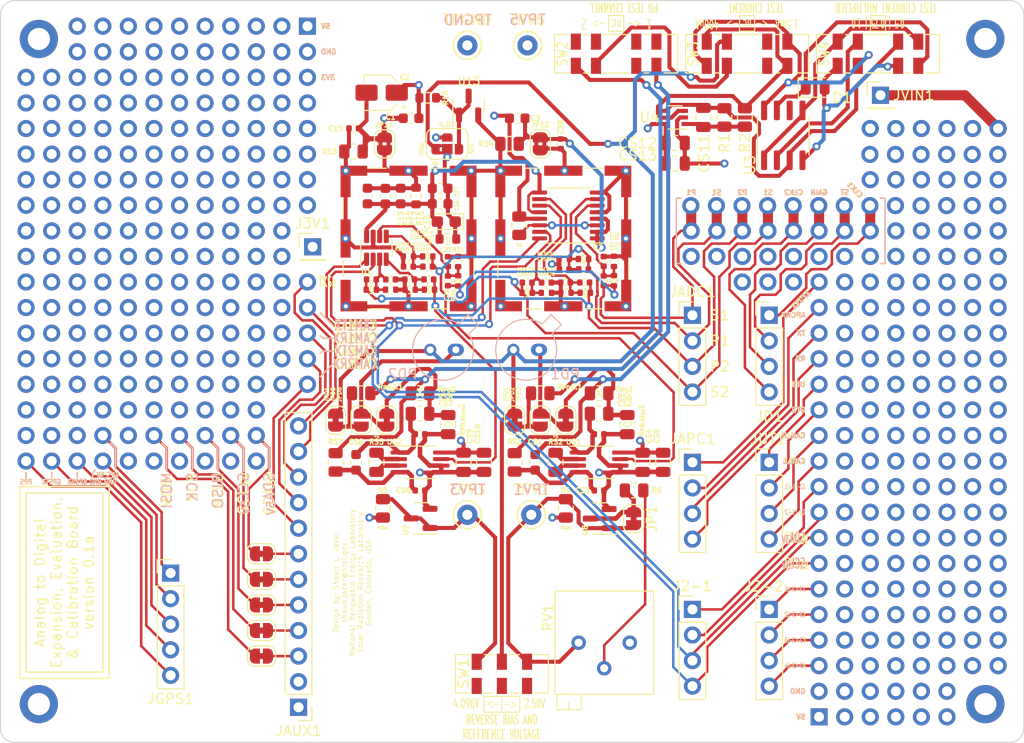
<source format=kicad_pcb>
(kicad_pcb (version 20221018) (generator pcbnew)
  (layers (0 "F.Cu" signal) (1 "In1.Cu" signal) (2 "In2.Cu" signal) (31 "B.Cu" signal) (34 "B.Paste" user) (35 "F.Paste" user) (36 "B.SilkS" user "B.Silkscreen") (37 "F.SilkS" user "F.Silkscreen") (38 "B.Mask" user) (39 "F.Mask" user) (44 "Edge.Cuts" user))
  (net 0 "")
  (net 1 "V_{RF}")
  (net 2 "GND_{RF}")
  (net 3 "S1")
  (net 4 "S1_{RF}")
  (net 5 "S2")
  (net 6 "S2_{RF}")
  (net 7 "V_{AREF}")
  (net 8 "P1")
  (net 9 "P1_{RF}")
  (net 10 "P2")
  (net 11 "P2_{RF}")
  (net 12 "VIN")
  (net 13 "/TestConnectors/RX_5V")
  (net 14 "/TestConnectors/TX_5V")
  (net 15 "/TestConnectors/APCRX_5V")
  (net 16 "/TestConnectors/APCTX_5V")
  (net 17 "/TestConnectors/TXS_{E}_5V")
  (net 18 "/TestConnectors/CAM1TX_5V")
  (net 19 "/TestConnectors/CAM1RX_5V")
  (net 20 "/TestConnectors/CAM2TX_5V")
  (net 21 "/TestConnectors/CAM2RX_5V")
  (net 22 "/TestConnectors/SDA_5V")
  (net 23 "/TestConnectors/SCL_5V")
  (net 24 "/TestConnectors/MISO_5V")
  (net 25 "/TestConnectors/SCK_5V")
  (net 26 "/TestConnectors/MOSI_5V")
  (net 27 "/TestConnectors/CLK2_5V")
  (net 28 "/TestConnectors/GAIN_5V")
  (net 29 "/TestConnectors/ST_5V")
  (net 30 "/TestConnectors/CLK1_5V")
  (net 31 "/TestConnectors/PPS_5V")
  (net 32 "/TestConnectors/GPSTX_5V")
  (net 33 "/TestConnectors/GPSRX_5V")
  (net 34 "/TestConnectors/CAN_L_5V")
  (net 35 "/TestConnectors/CAN_H_5V")
  (net 36 "/TestConnectors/UT2_5V")
  (net 37 "/TestConnectors/UT1_5V")
  (net 38 "5V3")
  (net 41 "GND1")
  (net 44 "5V0")
  (net 46 "/InsturmentationsAmps/INV1")
  (net 48 "/InsturmentationsAmps/INV2")
  (net 51 "Net-(RS2-Pad1)")
  (net 52 "Net-(RS2-Pad2)")
  (net 53 "Net-(RS5-Pad1)")
  (net 54 "Net-(RS5-Pad2)")
  (net 55 "Net-(CS11-Pad1)")
  (net 57 "/InsturmentationsAmps/PD1_{TEST}")
  (net 58 "/InsturmentationsAmps/PD2_{TEST}")
  (net 59 "/InsturmentationsAmps/PD_{TEST}")
  (net 60 "3V1")
  (net 61 "/InsturmentationsAmps/I_{C}out")
  (net 63 "S2_{RF}-2")
  (net 64 "P2_{RF}-2")
  (net 65 "S1_{RF}-2")
  (net 66 "P1_{RF}-2")
  (net 69 "-I_{const}=1.5mA")
  (net 70 "-I_{const}=0.4mA")
  (net 71 "PD(V)_{BIAS}")
  (net 79 "/TestConnectors/GPS_5V")
  (net 80 "/TestConnectors/GPS_GND")
  (net 227 "J-2-4")
  (net 228 "J-2-3")
  (net 229 "J-2-2")
  (net 230 "J-2-1")
  (net 231 "J-1-4")
  (net 232 "J-1-3")
  (net 233 "J-1-2")
  (net 234 "J-1-1")
  (net 414 "Net-(B2-Pin_185)")
  (net 415 "Net-(B2-Pin_186)")
  (net 416 "Net-(B2-Pin_187)")
  (net 417 "Net-(B2-Pin_188)")
  (net 418 "Net-(B2-Pin_189)")
  (net 429 "Net-(US1-+)")
  (net 430 "Net-(US1--)")
  (net 431 "Net-(US2-+)")
  (net 432 "Net-(US2--)")
  (net 433 "/InsturmentationsAmps/I_{Mirror}_{IN}")
  (net 434 "Net-(JPD1-B)")
  (net 435 "Net-(JPD2-A)")
  (net 436 "Net-(JPD4-B)")
  (net 437 "Net-(JPD5-A)")
  (net 438 "2V5")
  (net 439 "4V0")
  (net 440 "Net-(U2-~{DRDY})")
  (net 441 "Net-(JP1-A)")
  (net 445 "Net-(U3A-S)")
  (net 449 "Net-(R9-Pad2)")
  (net 450 "/InsturmentationsAmps/I_{C}1")
  (net 451 "/InsturmentationsAmps/I_{C}in")
  (net 452 "/InsturmentationsAmps/I_{C}1out")
  (footprint "Capacitor_SMD:C_0402_1005Metric" (layer "F.Cu") (at 158.9684 94.0309 180)
    (fp_text reference "C31")
    (fp_text value "X")
  )
  (footprint "Resistor_SMD:R_0402_1005Metric" (layer "F.Cu") (at 155.1604 95.0565 180)
    (fp_text reference "R26")
    (fp_text value "0")
  )
  (footprint "Resistor_SMD:R_0402_1005Metric" (layer "F.Cu") (at 145.4603 94.742)
    (fp_text reference "R18")
    (fp_text value "0")
  )
  (footprint "MountingHole:MountingHole_2.2mm_M2_ISO14580_Pad_TopBottom" (layer "F.Cu") (at 106.68 135.89)
    (fp_text reference "H4" hide)
    (fp_text value "MountingHole" hide)
  )
  (footprint "Connector_PinHeader_2.54mm:PinHeader_1x04_P2.54mm_Vertical" (layer "F.Cu") (at 179.198 111.885949)
    (fp_text reference "JUT1")
    (fp_text value "Conn_01x04_Male")
  )
  (footprint "Capacitor_SMD:C_0603_1608Metric" (layer "F.Cu") (at 146.5197 86.2174 180)
    (fp_text reference "C26")
    (fp_text value "1pF")
  )
  (footprint "Connector_PinHeader_2.54mm:PinHeader_1x01_P2.54mm_Vertical" (layer "F.Cu") (at 190.247 75.438)
    (fp_text reference "JVIN1")
    (fp_text value "Conn_01x01_Male")
  )
  (footprint "TestPoint:TestPoint_Keystone_5000-5004_Miniature" (layer "F.Cu") (at 149.225 70.485)
    (fp_text reference "TPGND-1" hide)
    (fp_text value "TestPoint")
  )
  (footprint "Capacitor_SMD:C_0603_1608Metric" (layer "F.Cu") (at 155.956 111.887 90)
    (fp_text reference "CS1")
    (fp_text value "11.1pF")
  )
  (footprint "Jumper:SolderJumper-2_P1.3mm_Bridged_RoundedPad1.0x1.5mm" (layer "F.Cu") (at 128.778 128.5865 180)
    (fp_text reference "JSCK5" hide)
    (fp_text value "SolderJumper_2_Bridged")
  )
  (footprint "Package_TO_SOT_SMD:SOT-23" (layer "F.Cu") (at 162.3653 117.471 180)
    (fp_text reference "U8")
    (fp_text value "ADR5041B")
  )
  (footprint "Resistor_SMD:R_0402_1005Metric" (layer "F.Cu") (at 139.6891 94.742 180)
    (fp_text reference "R16")
    (fp_text value "0")
  )
  (footprint "Gardenuino Custom:SolderJumper-4_P1.3mm_Bridged2Bar12_RoundedPad" (layer "F.Cu") (at 147.2309 80.7962)
    (fp_text reference "JP16" hide)
    (fp_text value "SolderJumper_3_Bridged12" hide)
  )
  (footprint "Capacitor_SMD:C_0402_1005Metric" (layer "F.Cu") (at 157.0784 94.0405)
    (fp_text reference "C29")
    (fp_text value "X")
  )
  (footprint "Connector_PinHeader_2.54mm:PinHeader_1x04_P2.54mm_Vertical" (layer "F.Cu") (at 171.577554 111.885949)
    (fp_text reference "JAPC1")
    (fp_text value "Conn_01x04_Male")
  )
  (footprint "Capacitor_SMD:C_0402_1005Metric" (layer "F.Cu") (at 145.288 92.456 180)
    (fp_text reference "C24")
    (fp_text value "X")
  )
  (footprint "Jumper:SolderJumper-2_P1.3mm_Bridged2Bar_RoundedPad1.0x1.5mm" (layer "F.Cu") (at 140.9992 80.264 -90)
    (fp_text reference "JP11")
    (fp_text value "SolderJumper_2_Bridged" hide)
  )
  (footprint "Resistor_SMD:R_0805_2012Metric" (layer "F.Cu") (at 162.306 107.061 180)
    (fp_text reference "RS6")
    (fp_text value "330")
  )
  (footprint "Capacitor_SMD:C_0805_2012Metric" (layer "F.Cu") (at 150.876 111.887 90)
    (fp_text reference "CS10")
    (fp_text value "0.1uF")
  )
  (footprint "Jumper:SolderJumper-2_P1.3mm_Bridged_RoundedPad1.0x1.5mm" (layer "F.Cu") (at 153.924 107.696 -90)
    (fp_text reference "JPD1")
    (fp_text value "SolderJumper_2_Bridged")
  )
  (footprint "Capacitor_SMD:C_0402_1005Metric" (layer "F.Cu") (at 137.9497 78.7244)
    (fp_text reference "C15")
    (fp_text value "2.5pF")
  )
  (footprint "Capacitor_SMD:C_0603_1608Metric" (layer "F.Cu") (at 139.3061 85.4452 90)
    (fp_text reference "C13")
    (fp_text value "10uF")
  )
  (footprint "Jumper:SolderJumper-2_P1.3mm_Bridged_RoundedPad1.0x1.5mm" (layer "F.Cu") (at 141.224 107.696 90)
    (fp_text reference "JPD6")
    (fp_text value "SolderJumper_2_Bridged")
  )
  (footprint "Capacitor_SMD:C_0603_1608Metric" (layer "F.Cu") (at 154.178 77.724 180)
    (fp_text reference "C3")
    (fp_text value "0.1uF")
  )
  (footprint "Resistor_SMD:R_0402_1005Metric" (layer "F.Cu") (at 159.0136 95.0469)
    (fp_text reference "R29")
    (fp_text value "X")
  )
  (footprint "MountingHole:MountingHole_2.2mm_M2_ISO14580_Pad_TopBottom" (layer "F.Cu") (at 106.68 69.85)
    (fp_text reference "H3" hide)
    (fp_text value "MountingHole" hide)
  )
  (footprint "Capacitor_SMD:C_0805_2012Metric" (layer "F.Cu") (at 147.3213 108.143 -90)
    (fp_text reference "R_{PD.bias}2")
    (fp_text value "0")
  )
  (footprint "Connector_PinHeader_2.54mm:PinHeader_1x04_P2.54mm_Vertical" (layer "F.Cu") (at 171.577554 97.280949)
    (fp_text reference "JADC1")
    (fp_text value "Conn_01x04_Male")
  )
  (footprint "Capacitor_SMD:C_0402_1005Metric" (layer "F.Cu") (at 144.526 109.093)
    (fp_text reference "CS7")
    (fp_text value "1.11pF")
  )
  (footprint "Diode_SMD:D_0805_2012Metric" (layer "F.Cu") (at 183.769 74.676)
    (fp_text reference "D1")
    (fp_text value "D_Small")
  )
  (footprint "Jumper:SolderJumper-2_P1.3mm_Open_RoundedPad1.0x1.5mm" (layer "F.Cu") (at 138.684 107.696 -90)
    (fp_text reference "JPD5")
    (fp_text value "SolderJumper_2_Open")
  )
  (footprint "Jumper:SolderJumper-2_P1.3mm_Bridged_RoundedPad1.0x1.5mm" (layer "F.Cu") (at 165.735 117.475 -90)
    (fp_text reference "JP1")
    (fp_text value "SolderJumper_2_Bridged")
  )
  (footprint "Capacitor_SMD:C_0402_1005Metric" (layer "F.Cu") (at 160.7594 92.7123 180)
    (fp_text reference "C34")
    (fp_text value "X")
  )
  (footprint "Capacitor_SMD:C_0402_1005Metric" (layer "F.Cu") (at 158.496 80.264 90)
    (fp_text reference "C38")
    (fp_text value "2.5pF")
  )
  (footprint "Resistor_SMD:R_0805_2012Metric" (layer "F.Cu") (at 154.3812 88.392 90)
    (fp_text reference "R6")
    (fp_text value "10K")
  )
  (footprint "Capacitor_SMD:C_0402_1005Metric" (layer "F.Cu") (at 162.306 114.681)
    (fp_text reference "CS3")
    (fp_text value "1.11pF")
  )
  (footprint "Package_SO:SOIC-8_3.9x4.9mm_P1.27mm" (layer "F.Cu") (at 180.594 79.41802 90)
    (fp_text reference "U3")
    (fp_text value "REF200AU")
  )
  (footprint "Resistor_SMD:R_0805_2012Metric" (layer "F.Cu") (at 144.5273 105.029)
    (fp_text reference "R_{PD}2")
    (fp_text value "1G")
  )
  (footprint "Jumper:SolderJumper-2_P1.3mm_Bridged_RoundedPad1.0x1.5mm" (layer "F.Cu") (at 159.0053 107.696 90)
    (fp_text reference "JPD3")
    (fp_text value "SolderJumper_2_Bridged")
  )
  (footprint "Resistor_SMD:R_0402_1005Metric" (layer "F.Cu") (at 143.3701 91.44)
    (fp_text reference "R23")
    (fp_text value "X")
  )
  (footprint "Resistor_SMD:R_0402_1005Metric" (layer "F.Cu") (at 163.7794 93.853 -90)
    (fp_text reference "R30")
    (fp_text value "0")
  )
  (footprint "Capacitor_SMD:C_0402_1005Metric" (layer "F.Cu") (at 155.1604 94.0405)
    (fp_text reference "C28")
    (fp_text value "X")
  )
  (footprint "Capacitor_SMD:C_0402_1005Metric" (layer "F.Cu") (at 162.306 109.093)
    (fp_text reference "CS2")
    (fp_text value "1.11pF")
  )
  (footprint "Resistor_SMD:R_0805_2012Metric" (layer "F.Cu") (at 176.784 77.6435 -90)
    (fp_text reference "R2")
    (fp_text value "2K67")
  )
  (footprint "Capacitor_SMD:C_0805_2012Metric" (layer "F.Cu") (at 166.624 111.887 -90)
    (fp_text reference "CS4")
    (fp_text value "10uF")
  )
  (footprint "Capacitor_SMD:C_0402_1005Metric" (layer "F.Cu") (at 158.8414 92.7123 180)
    (fp_text reference "C35")
    (fp_text value "X")
  )
  (footprint "Connector_PinHeader_2.54mm:PinHeader_1x04_P2.54mm_Vertical" (layer "F.Cu") (at 179.198 126.490949)
    (fp_text reference "J2-2")
    (fp_text value "Conn_01x04_Male")
  )
  (footprint "Resistor_SMD:R_0402_1005Metric" (layer "F.Cu") (at 160.9316 95.0469)
    (fp_text reference "R28")
    (fp_text value "0")
  )
  (footprint "Capacitor_SMD:C_0402_1005Metric" (layer "F.Cu") (at 147.2921 93.867475 90)
    (fp_text reference "C22")
    (fp_text value "X")
  )
  (footprint "Resistor_SMD:R_0805_2012Metric" (layer "F.Cu") (at 138.684 105.029)
    (fp_text reference "R_{PD}2.1")
    (fp_text value "1K")
  )
  (footprint "Resistor_SMD:R_0402_1005Metric" (layer "F.Cu") (at 148.3081 93.867475 -90)
    (fp_text reference "R20")
    (fp_text value "0")
  )
  (footprint "Capacitor_SMD:C_0402_1005Metric" (layer "F.Cu") (at 143.3701 92.456 180)
    (fp_text reference "C25")
    (fp_text value "X")
  )
  (footprint "Jumper:SolderJumper-2_P1.3mm_Bridged_RoundedPad1.0x1.5mm" (layer "F.Cu") (at 128.778 131.1265 180)
    (fp_text reference "JMOSI5" hide)
    (fp_text value "SolderJumper_2_Bridged")
  )
  (footprint "MountingHole:MountingHole_2.2mm_M2_ISO14580_Pad_TopBottom" (layer "F.Cu") (at 200.66 69.85)
    (fp_text reference "H2" hide)
    (fp_text value "MountingHole" hide)
  )
  (footprint "Capacitor_SMD:C_0805_2012Metric" (layer "F.Cu") (at 168.656 111.887 90)
    (fp_text reference "CS5")
    (fp_text value "0.1uF")
  )
  (footprint "Jumper:SolderJumper-2_P1.3mm_Bridged_RoundedPad1.0x1.5mm" (layer "F.Cu") (at 128.778 120.9665 180)
    (fp_text reference "JSDA5" hide)
    (fp_text value "SolderJumper_2_Bridged")
  )
  (footprint "Capacitor_SMD:C_0603_1608Metric" (layer "F.Cu") (at 143.637 77.724 180)
    (fp_text reference "C1")
    (fp_text value "0.1uF")
  )
  (footprint "Connector_PinHeader_2.54mm:PinHeader_1x04_P2.54mm_Vertical" (layer "F.Cu") (at 171.577554 126.490949)
    (fp_text reference "J2-1")
    (fp_text value "Conn_01x04_Male")
  )
  (footprint "Resistor_SMD:R_0603_1608Metric" (layer "F.Cu") (at 147.2947 89.7131 180)
    (fp_text reference "R14")
    (fp_text value "0")
  )
  (footprint "Capacitor_SMD:C_0805_2012Metric" (layer "F.Cu") (at 172.656964 77.64002 90)
    (fp_text reference "CS11")
    (fp_text value "0.1uF")
  )
  (footprint "Jumper:SolderJumper-2_P1.3mm_Bridged_RoundedPad1.0x1.5mm" (layer "F.Cu") (at 128.778 126.0465 180)
    (fp_text reference "JMISO5" hide)
    (fp_text value "SolderJumper_2_Bridged")
  )
  (footprint "Resistor_SMD:R_0402_1005Metric" (layer "F.Cu") (at 143.5423 94.742)
    (fp_text reference "R19")
    (fp_text value "X")
  )
  (footprint "Potentiometer_THT:Potentiometer_Bourns_3296P_Horizontal" (layer "F.Cu") (at 160.274 129.794 90)
    (fp_text reference "RV1")
    (fp_text value "10K")
  )
  (footprint "Gardenuino Custom:PinHeader_CornerB1" (layer "F.Cu") (at 184.15 137.16 90)
    (fp_text reference "B1" hide)
    (fp_text value "Conn_02x20_Top_Bottom")
  )
  (footprint "Capacitor_SMD:C_0805_2012Metric" (layer "F.Cu") (at 148.844 111.887 -90)
    (fp_text reference "CS9")
    (fp_text value "10uF")
  )
  (footprint "Package_TO_SOT_SMD:SOT-23" (layer "F.Cu") (at 149.352 76.454 90)
    (fp_text reference "U13")
    (fp_text value "X")
  )
  (footprint "Capacitor_SMD:C_0402_1005Metric" (layer "F.Cu") (at 147.2921 91.949475 90)
    (fp_text reference "C23")
    (fp_text value "X")
  )
  (footprint "Package_TO_SOT_SMD:SOT-23-8" (layer "F.Cu") (at 140.1951 90.5862 90)
    (fp_text reference "U1")
    (fp_text value "AD7991")
  )
  (footprint "TestPoint:TestPoint_Keystone_5000-5004_Miniature" (layer "F.Cu") (at 155.194 70.485)
    (fp_text reference "TPV5")
    (fp_text value "TestPoint")
  )
  (footprint "Resistor_SMD:R_0603_1608Metric" (layer "F.Cu") (at 145.288 75.692 180)
    (fp_text reference "R10")
    (fp_text value "X")
  )
  (footprint "Resistor_SMD:R_0805_2012Metric" (layer "F.Cu") (at 153.416 80.264)
    (fp_text reference "R34")
    (fp_text value "2K")
  )
  (footprint "Capacitor_Tantalum_SMD:CP_EIA-2012-15_AVX-P" (layer "F.Cu") (at 147.1293 87.9859 180)
    (fp_text reference "C16")
    (fp_text value "X")
  )
  (footprint "Resistor_SMD:R_0402_1005Metric" (layer "F.Cu") (at 148.3081 91.949475 -90)
    (fp_text reference "R21")
    (fp_text value "X")
  )
  (footprint "Resistor_SMD:R_0603_1608Metric" (layer "F.Cu") (at 144.1321 85.4452 -90)
    (fp_text reference "R15")
    (fp_text value "X")
  )
  (footprint "Capacitor_SMD:C_0805_2012Metric" (layer "F.Cu") (at 169.862964 80.18002)
    (fp_text reference "CS12")
    (fp_text value "10uF")
  )
  (footprint "Resistor_SMD:R_0805_2012Metric" (layer "F.Cu") (at 156.464 105.029)
    (fp_text reference "R_{PD}1.1")
    (fp_text value "1K")
  )
  (footprint "Connector_PinHeader_2.54mm:PinHeader_1x05_P2.54mm_Vertical" (layer "F.Cu") (at 119.761 122.88)
    (fp_text reference "JGPS1")
    (fp_text value "GPS")
  )
  (footprint "Resistor_SMD:R_0402_1005Metric" (layer "F.Cu") (at 158.8414 91.6963)
    (fp_text reference "R33")
    (fp_text value "X")
  )
  (footprint "Capacitor_SMD:C_0603_1608Metric" (layer "F.Cu") (at 146.5197 84.6839 180)
    (fp_text reference "C27")
    (fp_text value "0.1uF")
  )
  (footprint "Capacitor_SMD:C_0805_2012Metric" (layer "F.Cu") (at 169.862964 82.21202 180)
    (fp_text reference "CS13")
    (fp_text value "0.1uF")
  )
  (footprint "RF_Shielding:Laird_Technologies_BMI-S-101_13.66x12.70mm" (layer "F.Cu") (at 143.383 89.662)
    (fp_text reference "J5" hide)
    (fp_text value "RFShield_OnePiece")
  )
  (footprint "Capacitor_SMD:C_0603_1608Metric" (layer "F.Cu") (at 141.0841 85.4582 90)
    (fp_text reference "C14")
    (fp_text value "0.1uF")
  )
  (footprint "Jumper:SolderJumper-2_P1.3mm_Open_RoundedPad1.0x1.5mm" (layer "F.Cu") (at 156.4653 107.696 -90)
    (fp_text reference "JPD2")
    (fp_text value "SolderJumper_2_Open")
  )
  (footprint "Package_TO_SOT_SMD:SOT-23" (layer "F.Cu") (at 144.5853 117.453 180)
    (fp_text reference "U9")
    (fp_text value "ADR5044B")
  )
  (footprint "Gardenuino Custom:SW_DPDT_CK_JS202011JAQN" (layer "F.Cu") (at 152.654 132.8875)
    (fp_text reference "SW1")
    (fp_text value "SW_DPDT")
  )
  (footprint "Resistor_SMD:R_0805_2012Metric" (layer "F.Cu") (at 137.922 81.026)
    (fp_text reference "R13")
    (fp_text value "2K")
  )
  (footprint "Capacitor_SMD:C_0402_1005Metric" (layer "F.Cu") (at 143.4971 93.726 180)
    (fp_text reference "C21")
    (fp_text value "X")
  )
  (footprint "Resistor_SMD:R_0805_2012Metric" (layer "F.Cu") (at 136.144 111.887 -90)
    (fp_text reference "RS7")
    (fp_text value "330")
  )
  (footprint "Package_TO_SOT_SMD:SOT-353_SC-70-5" (layer "F.Cu") (at 169.862964 77.64002 180)
    (fp_text reference "U4")
    (fp_text value "MCP6L01x-xLT")
  )
  (footprint "Resistor_SMD:R_0402_1005Metric" (layer "F.Cu") (at 145.288 91.44)
    (fp_text reference "R22")
    (fp_text value "0")
  )
  (footprint "Gardenuino Custom:SW_DP3T_CK_JS203011JAQN" (layer "F.Cu") (at 163.998 71.317 180)
    (fp_text reference "SW2")
    (fp_text value "SW_DP3T")
  )
  (footprint "Gardenuino Custom:PinHeader_CornerB2" (layer "F.Cu") (at 133.35 68.58 -90)
    (fp_text reference "B2" hide)
    (fp_text value "Conn_02x20_Top_Bottom")
  )
  (footprint "Resistor_SMD:R_0805_2012Metric" (layer "F.Cu") (at 144.526 107.061 180)
    (fp_text reference "RS8")
    (fp_text value "330")
  )
  (footprint "Resistor_SMD:R_0805_2012Metric" (layer "F.Cu") (at 165.7799 114.6769)
    (fp_text reference "R9")
    (fp_text value "470K")
  )
  (footprint "MountingHole:MountingHole_2.2mm_M2_ISO14580_Pad_TopBottom" (layer "F.Cu") (at 200.66 135.89)
    (fp_text reference "H1" hide)
    (fp_text value "MountingHole" hide)
  )
  (footprint "Resistor_SMD:R_0805_2012Metric" (layer "F.Cu") (at 162.3073 105.029)
    (fp_text reference "R_{PD}1")
    (fp_text value "1G")
  )
  (footprint "Package_SO:TSSOP-16_4.4x5mm_P0.65mm" (layer "F.Cu") (at 159.258 87.376 180)
    (fp_text reference "U2")
    (fp_text value "ADS1219")
  )
  (footprint "TestPoint:TestPoint_Keystone_5000-5004_Miniature" (layer "F.Cu") (at 149.225 117.094)
    (fp_text reference "TPV3")
    (fp_text value "TestPoint")
  )
  (footprint "Package_SO:MSOP-8_3x3mm_P0.65mm" (layer "F.Cu") (at 162.306 111.887)
    (fp_text reference "US1")
    (fp_text value "AD8221")
  )
  (footprint "TestPoint:TestPoint_Keystone_5000-5004_Miniature" (layer "F.Cu") (at 155.575 117.094)
    (fp_text reference "TPV1")
    (fp_text value "TestPoint")
  )
  (footprint "RF_Shielding:Laird_Technologies_BMI-S-101_13.66x12.70mm" (layer "F.Cu") (at 158.75 89.662)
    (fp_text reference "J6" hide)
    (fp_text value "RFShield_OnePiece")
  )
  (footprint "Jumper:SolderJumper-2_P1.3mm_Bridged_RoundedPad1.0x1.5mm" (layer "F.Cu") (at 128.778 123.5065 180)
    (fp_text reference "JSCL5" hide)
    (fp_text value "SolderJumper_2_Bridged")
  )
  (footprint "Capacitor_SMD:C_0402_1005Metric" (layer "F.Cu") (at 162.7634 93.853 90)
    (fp_text reference "C32")
    (fp_text value "X")
  )
  (footprint "Resistor_SMD:R_0402_1005Metric" (layer "F.Cu") (at 160.7594 91.6963)
    (fp_text reference "R32")
    (fp_text value "0")
  )
  (footprint "Resistor_SMD:R_0402_1005Metric" (layer "F.Cu") (at 157.0784 95.0565 180)
    (fp_text reference "R27")
    (fp_text value "X")
  )
  (footprint "Capacitor_SMD:CP_Elec_3x5.4" (layer "F.Cu") (at 140.716 75.184 180)
    (fp_text reference "C2")
    (fp_text value "10uF")
  )
  (footprint "Jumper:SolderJumper-2_P1.3mm_Bridged_RoundedPad1.0x1.5mm" (layer "F.Cu") (at 136.144 107.696 -90)
    (fp_text reference "JPD4")
    (fp_text value "SolderJumper_2_Bridged")
  )
  (footprint "Capacitor_SMD:C_0402_1005Metric" (layer "F.Cu") (at 141.6071 93.726)
    (fp_text reference "C19")
    (fp_text value "X")
  )
  (footprint "Capacitor_SMD:C_0603_1608Metric" (layer "F.Cu") (at 138.176 111.887 90)
    (fp_text reference "CS6")
    (fp_text value "11.1pF")
  )
  (footprint "Capacitor_SMD:C_0603_1608Metric" (layer "F.Cu") (at 142.6081 85.4452 90)
    (fp_text reference "C17")
    (fp_text value "X")
  )
  (footprint "Gardenuino Custom:SW_DP3T_CK_JS203011JAQN" (layer "F.Cu") (at 189.998 71.317 180)
    (fp_text reference "SW4")
    (fp_text value "SW_DP3T")
  )
  (footprint "Capacitor_SMD:C_0402_1005Metric" (layer "F.Cu") (at 162.7634 91.935 90)
    (fp_text reference "C33")
    (fp_text value "X")
  )
  (footprint "Package_SO:MSOP-8_3x3mm_P0.65mm" (layer "F.Cu") (at 144.526 111.887)
    (fp_text reference "US2")
    (fp_text value "AD8221")
  )
  (footprint "Capacitor_SMD:C_0805_2012Metric" (layer "F.Cu") (at 140.208 111.887 90)
    (fp_text reference "RS5")
    (fp_text value "R_{G}")
  )
  (footprint "Capacitor_SMD:C_0805_2012Metric" (layer "F.Cu") (at 165.1013 108.143 -90)
    (fp_text reference "R_{PD.bias}1")
    (fp_text value "0")
  )
  (footprint "Resistor_SMD:R_0402_1005Metric" (layer "F.Cu") (at 163.7794 91.935 -90)
    (fp_text reference "R31")
    (fp_text value "X")
  )
  (footprint "Capacitor_SMD:C_0402_1005Metric" (layer "F.Cu") (at 145.4021 93.726 180)
    (fp_text reference "C20")
    (fp_text value "X")
  )
  (footprint "Connector_PinHeader_2.54mm:PinHeader_1x04_P2.54mm_Vertical" (layer "F.Cu") (at 179.198 97.280949)
    (fp_text reference "JD1")
    (fp_text value "Conn_01x04_Male")
  )
  (footprint "Connector_PinHeader_2.54mm:PinHeader_1x01_P2.54mm_Vertical" (layer "F.Cu") (at 133.861 90.49)
    (fp_text reference "J3V1")
    (fp_text value "Conn_01x01_Male")
  )
  (footprint "Resistor_SMD:R_0805_2012Metric" (layer "F.Cu") (at 140.843 116.459 90)
    (fp_text reference "R5")
    (fp_text value "91")
  )
  (footprint "Resistor_SMD:R_0402_1005Metric" (layer "F.Cu") (at 141.6071 94.742 180)
    (fp_text reference "R17")
    (fp_text value "X")
  )
  (footprint "Resistor_SMD:R_0805_2012Metric" (layer "F.Cu") (at 159.0053 116.459 90)
    (fp_text reference "R4")
    (fp_text value "250")
  )
  (footprint "Capacitor_SMD:C_0402_1005Metric" (layer "F.Cu") (at 144.526 114.681)
    (fp_text reference "CS8")
    (fp_text value "1.11pF")
  )
  (footprint "Capacitor_SMD:C_0402_1005Metric" (layer "F.Cu") (at 160.8734 94.0309 180)
    (fp_text reference "C30")
    (fp_text value "X")
  )
  (footprint "Gardenuino Custom:SW_DP3T_CK_JS203011JAQN" (layer "F.Cu") (at 176.998 71.317 180)
    (fp_text reference "SW3")
    (fp_text value "SW_DP3T")
  )
  (footprint "Resistor_SMD:R_0805_2012Metric" (layer "F.Cu") (at 153.924 111.887 -90)
    (fp_text reference "RS3")
    (fp_text value "330")
  )
  (footprint "Jumper:SolderJumper-2_P1.3mm_Bridged2Bar_RoundedPad1.0x1.5mm" (layer "F.Cu") (at 156.4705 80.264 -90)
    (fp_text reference "JP12")
    (fp_text value "SolderJumper_2_Bridged" hide)
  )
  (footprint "Resistor_SMD:R_0805_2012Metric" (layer "F.Cu") (at 174.752 77.6435 -90)
    (fp_text reference "R1")
    (fp_text value "10K")
  )
  (footprint "Connector_PinHeader_2.54mm:PinHeader_1x12_P2.54mm_Vertical" (layer "F.Cu") (at 132.462 136.2065 180)
    (fp_text reference "JAUX1")
    (fp_text value "AUX")
  )
  (footprint "Capacitor_SMD:C_0402_1005Metric" (layer "F.Cu") (at 139.7 93.726)
    (fp_text reference "C18")
    (fp_text value "X")
  )
  (footprint "Capacitor_SMD:C_0805_2012Metric" (layer "F.Cu") (at 157.988 111.887 90)
    (fp_text reference "RS2")
    (fp_text value "R_{G}")
  )
  (footprint "Gardenuino Custom:S1336" (layer "B.Cu") (at 156.337 100.711 180)
    (fp_text reference "PD1")
    (fp_text value "S1336-18BK")
  )
  (footprint "Gardenuino Custom:S1336" (layer "B.Cu") (at 148.082 100.711 180)
    (fp_text reference "PD2")
    (fp_text value "S1336-18BK")
  )
  (gr_line (start 114.3 112.649) (end 114.3 110.49) (stroke (width 0.15)) (layer "B.SilkS"))
  (gr_line (start 118.872 109.982) (end 119.38 110.49) (stroke (width 0.15)) (layer "B.SilkS"))
  (gr_line (start 121.412 109.982) (end 121.92 110.49) (stroke (width 0.15)) (layer "B.SilkS"))
  (gr_line (start 134.62 97.028) (end 135.89 98.298) (stroke (width 0.15)) (layer "B.SilkS"))
  (gr_line (start 119.38 110.49) (end 119.38 112.776) (stroke (width 0.15)) (layer "B.SilkS"))
  (gr_line (start 134.62 99.314) (end 134.874 99.568) (stroke (width 0.15)) (layer "B.SilkS"))
  (gr_line (start 190.7 85.65) (end 190.7 92.15) (stroke (width 0.15)) (layer "B.SilkS"))
  (gr_line (start 127 110.49) (end 127 112.776) (stroke (width 0.15)) (layer "B.SilkS"))
  (gr_line (start 110.49 112.903) (end 110.49 113.411) (stroke (width 0.15)) (layer "B.SilkS"))
  (gr_line (start 169.98 92.15) (end 170.434 92.15) (stroke (width 0.15)) (layer "B.SilkS"))
  (gr_line (start 113.792 109.982) (end 114.3 110.49) (stroke (width 0.15)) (layer "B.SilkS"))
  (gr_line (start 134.62 103.378) (end 135.89 102.108) (stroke (width 0.15)) (layer "B.SilkS"))
  (gr_line (start 134.62 101.092) (end 134.874 100.838) (stroke (width 0.15)) (layer "B.SilkS"))
  (gr_line (start 129.54 110.49) (end 129.54 112.776) (stroke (width 0.15)) (layer "B.SilkS"))
  (gr_line (start 124.46 110.49) (end 124.46 112.776) (stroke (width 0.15)) (layer "B.SilkS"))
  (gr_line (start 112.014 112.903) (end 112.268 112.649) (stroke (width 0.15)) (layer "B.SilkS"))
  (gr_line (start 121.92 110.49) (end 121.92 112.776) (stroke (width 0.15)) (layer "B.SilkS"))
  (gr_line (start 123.952 109.982) (end 124.46 110.49) (stroke (width 0.15)) (layer "B.SilkS"))
  (gr_line (start 170.434 85.65) (end 169.98 85.65) (stroke (width 0.15)) (layer "B.SilkS"))
  (gr_line (start 190.246 85.65) (end 190.7 85.65) (stroke (width 0.15)) (layer "B.SilkS"))
  (gr_line (start 134.874 99.568) (end 135.89 99.568) (stroke (width 0.15)) (layer "B.SilkS"))
  (gr_line (start 112.014 112.903) (end 112.014 113.411) (stroke (width 0.15)) (layer "B.SilkS"))
  (gr_line (start 134.874 100.838) (end 135.89 100.838) (stroke (width 0.15)) (layer "B.SilkS"))
  (gr_line (start 107.95 112.903) (end 107.95 113.411) (stroke (width 0.15)) (layer "B.SilkS"))
  (gr_line (start 129.032 109.982) (end 129.54 110.49) (stroke (width 0.15)) (layer "B.SilkS"))
  (gr_line (start 190.7 92.15) (end 190.246 92.15) (stroke (width 0.15)) (layer "B.SilkS"))
  (gr_line (start 105.41 112.903) (end 105.41 113.411) (stroke (width 0.15)) (layer "B.SilkS"))
  (gr_line (start 126.492 109.982) (end 127 110.49) (stroke (width 0.15)) (layer "B.SilkS"))
  (gr_line (start 169.98 85.65) (end 169.98 92.15) (stroke (width 0.15)) (layer "B.SilkS"))
  (gr_line (start 107.95 113.411) (end 107.95 112.903) (stroke (width 0.15)) (layer "F.SilkS"))
  (gr_line (start 114.3 110.49) (end 113.792 109.982) (stroke (width 0.15)) (layer "F.SilkS"))
  (gr_rect (start 105.41 114.935) (end 113.03 132.715) (stroke (width 0.15)) (fill none) (layer "F.SilkS"))
  (gr_line (start 129.54 112.776) (end 129.54 110.49) (stroke (width 0.15)) (layer "F.SilkS"))
  (gr_line (start 121.92 110.49) (end 121.412 109.982) (stroke (width 0.15)) (layer "F.SilkS"))
  (gr_line (start 112.014 113.411) (end 112.014 112.903) (stroke (width 0.15)) (layer "F.SilkS"))
  (gr_line (start 112.014 112.903) (end 112.268 112.649) (stroke (width 0.15)) (layer "F.SilkS"))
  (gr_line (start 119.38 110.49) (end 118.872 109.982) (stroke (width 0.15)) (layer "F.SilkS"))
  (gr_line (start 105.41 113.411) (end 105.41 112.903) (stroke (width 0.15)) (layer "F.SilkS"))
  (gr_line (start 127 112.776) (end 127 110.49) (stroke (width 0.15)) (layer "F.SilkS"))
  (gr_rect (start 104.775 114.3) (end 113.665 133.35) (stroke (width 0.15)) (fill none) (layer "F.SilkS"))
  (gr_line (start 135.89 98.298) (end 134.62 97.028) (stroke (width 0.15)) (layer "F.SilkS"))
  (gr_line (start 135.89 102.108) (end 134.62 103.378) (stroke (width 0.15)) (layer "F.SilkS"))
  (gr_line (start 124.46 112.776) (end 124.46 110.49) (stroke (width 0.15)) (layer "F.SilkS"))
  (gr_line (start 114.3 112.649) (end 114.3 110.49) (stroke (width 0.15)) (layer "F.SilkS"))
  (gr_line (start 127 110.49) (end 126.492 109.982) (stroke (width 0.15)) (layer "F.SilkS"))
  (gr_line (start 134.874 99.568) (end 134.62 99.314) (stroke (width 0.15)) (layer "F.SilkS"))
  (gr_line (start 129.54 110.49) (end 129.032 109.982) (stroke (width 0.15)) (layer "F.SilkS"))
  (gr_line (start 135.89 100.838) (end 134.874 100.838) (stroke (width 0.15)) (layer "F.SilkS"))
  (gr_line (start 110.49 113.411) (end 110.49 112.903) (stroke (width 0.15)) (layer "F.SilkS"))
  (gr_line (start 134.874 100.838) (end 134.62 101.092) (stroke (width 0.15)) (layer "F.SilkS"))
  (gr_line (start 119.38 112.776) (end 119.38 110.49) (stroke (width 0.15)) (layer "F.SilkS"))
  (gr_line (start 121.92 112.776) (end 121.92 110.49) (stroke (width 0.15)) (layer "F.SilkS"))
  (gr_line (start 135.89 99.568) (end 134.874 99.568) (stroke (width 0.15)) (layer "F.SilkS"))
  (gr_line (start 124.46 110.49) (end 123.952 109.982) (stroke (width 0.15)) (layer "F.SilkS"))
  (gr_arc (start 203.073 66.04) (mid 204.060828 66.449172) (end 204.47 67.437) (stroke (width 0.1)) (layer "Edge.Cuts"))
  (gr_line (start 102.87 67.437) (end 102.87 138.303) (stroke (width 0.1)) (layer "Edge.Cuts"))
  (gr_line (start 104.267 66.04) (end 203.073 66.04) (stroke (width 0.1)) (layer "Edge.Cuts"))
  (gr_line (start 204.47 67.437) (end 204.47 138.303) (stroke (width 0.1)) (layer "Edge.Cuts"))
  (gr_line (start 104.267 139.7) (end 203.073 139.7) (stroke (width 0.1)) (layer "Edge.Cuts"))
  (gr_arc (start 102.87 67.437) (mid 103.279172 66.449172) (end 104.267 66.04) (stroke (width 0.1)) (layer "Edge.Cuts"))
  (gr_arc (start 104.267 139.7) (mid 103.279172 139.290828) (end 102.87 138.303) (stroke (width 0.1)) (layer "Edge.Cuts"))
  (gr_arc (start 204.47 138.303) (mid 204.060828 139.290828) (end 203.073 139.7) (stroke (width 0.1)) (layer "Edge.Cuts"))
  (gr_text "SDA_{3V}" (at 182.88 119.38) (layer "B.SilkS") (effects (font (size 1 0.55) (thickness 0.1375)) (justify left mirror)))
  (gr_text "UT2" (at 182.88 106.68) (layer "B.SilkS") (effects (font (size 0.5 0.5) (thickness 0.125)) (justify left mirror)))
  (gr_text "3V3" (at 134.62 73.66) (layer "B.SilkS") (effects (font (size 0.5 0.5) (thickness 0.125)) (justify right mirror)))
  (gr_text "SCL_{3V}" (at 182.88 121.92) (layer "B.SilkS") (effects (font (size 1 0.55) (thickness 0.1375)) (justify left mirror)))
  (gr_text "TPV5" (at 155.194 67.945) (layer "B.SilkS") (effects (font (size 1 1)) (justify mirror)))
  (gr_text "CAM2RX" (at 140.39357 102.108) (layer "B.SilkS") (effects (font (size 1 0.75)) (justify left mirror)))
  (gr_text "TX" (at 182.88 99.06) (layer "B.SilkS") (effects (font (size 0.5 0.5) (thickness 0.125)) (justify left mirror)))
  (gr_text "APCTX" (at 182.372 95.758 45) (layer "B.SilkS") (effects (font (size 0.5 0.5) (thickness 0.125)) (justify mirror)))
  (gr_text "GPS_GND" (at 113.03 113.8428) (layer "B.SilkS") (effects (font (size 0.5 0.4) (thickness 0.1)) (justify mirror)))
  (gr_text "GND" (at 134.62 71.12) (layer "B.SilkS") (effects (font (size 0.5 0.5) (thickness 0.125)) (justify right mirror)))
  (gr_text "S1" (at 173.99 85.09) (layer "B.SilkS") (effects (font (size 0.5 0.5) (thickness 0.125)) (justify mirror)))
  (gr_text "SCK" (at 121.92 112.776 90) (layer "B.SilkS") (effects (font (size 1 1)) (justify left mirror)))
  (gr_text "J2-2-2" (at 182.88 127) (layer "B.SilkS") (effects (font (size 0.5 0.35) (thickness 0.0625)) (justify left mirror)))
  (gr_text "S1" (at 179.07 85.09) (layer "B.SilkS") (effects (font (size 0.5 0.5) (thickness 0.125)) (justify mirror)))
  (gr_text "J2-1-1" (at 182.88 114.3) (layer "B.SilkS") (effects (font (size 0.5 0.35) (thickness 0.0625)) (justify left mirror)))
  (gr_text "J2-2-4" (at 182.88 132.08) (layer "B.SilkS") (effects (font (size 0.5 0.35) (thickness 0.0625)) (justify left mirror)))
  (gr_text "GND" (at 182.88 134.62) (layer "B.SilkS") (effects (font (size 0.5 0.5) (thickness 0.125)) (justify left mirror)))
  (gr_text "P2" (at 176.53 85.09) (layer "B.SilkS") (effects (font (size 0.5 0.5) (thickness 0.125)) (justify mirror)))
  (gr_text "CAM1RX" (at 140.39357 99.568) (layer "B.SilkS") (effects (font (size 1 0.75)) (justify left mirror)))
  (gr_text "GAIN" (at 184.15 85.09) (layer "B.SilkS") (effects (font (size 0.5 0.5) (thickness 0.125)) (justify mirror)))
  (gr_text "J2-1-2" (at 182.88 116.84) (layer "B.SilkS") (effects (font (size 0.5 0.35) (thickness 0.0625)) (justify left mirror)))
  (gr_text "CAN_H" (at 182.88 109.22) (layer "B.SilkS") (effects (font (size 0.5 0.5) (thickness 0.125)) (justify left mirror)))
  (gr_text "UT1" (at 182.88 104.14) (layer "B.SilkS") (effects (font (size 0.5 0.5) (thickness 0.125)) (justify left mirror)))
  (gr_text "TPV3" (at 149.2504 114.6048) (layer "B.SilkS") (effects (font (size 1 1)) (justify mirror)))
  (gr_text "GPSRX" (at 110.49 113.8428) (layer "B.SilkS") (effects (font (size 0.5 0.4) (thickness 0.1)) (justify mirror)))
  (gr_text "CLK2" (at 181.61 85.09) (layer "B.SilkS") (effects (font (size 0.5 0.5) (thickness 0.125)) (justify mirror)))
  (gr_text "5V" (at 182.88 137.16) (layer "B.SilkS") (effects (font (size 0.5 0.5) (thickness 0.125)) (justify left mirror)))
  (gr_text "MISO" (at 124.46 112.776 90) (layer "B.SilkS") (effects (font (size 1 1)) (justify left mirror)))
  (gr_text "PPS" (at 105.41 113.8428) (layer "B.SilkS") (effects (font (size 0.5 0.4) (thickness 0.1)) (justify mirror)))
  (gr_text "TPV1" (at 155.6004 114.6048) (layer "B.SilkS") (effects (font (size 1 1)) (justify mirror)))
  (gr_text "J2-2-3" (at 182.88 129.54) (layer "B.SilkS") (effects (font (size 0.5 0.35) (thickness 0.0625)) (justify left mirror)))
  (gr_text "CAN_L" (at 182.88 111.76) (layer "B.SilkS") (effects (font (size 0.5 0.5) (thickness 0.125)) (justify left mirror)))
  (gr_text "5V" (at 134.62 68.58) (layer "B.SilkS") (effects (font (size 0.5 0.5) (thickness 0.125)) (justify right mirror)))
  (gr_text "SCL_{5V}" (at 127 112.776 90) (layer "B.SilkS") (effects (font (size 1 1)) (justify left mirror)))
  (gr_text "MOSI" (at 119.38 112.776 90) (layer "B.SilkS") (effects (font (size 1 1)) (justify left mirror)))
  (gr_text "CAM1TX" (at 140.39357 98.298) (layer "B.SilkS") (effects (font (size 1 0.75)) (justify left mirror)))
  (gr_text "CAM2TX" (at 140.39357 100.838) (layer "B.SilkS") (effects (font (size 1 0.75)) (justify left mirror)))
  (gr_text "CLK1" (at 187.706 84.836 -45) (layer "B.SilkS") (effects (font (size 0.5 0.5) (thickness 0.125)) (justify mirror)))
  (gr_text "GPS_5V" (at 113.538 113.157) (layer "B.SilkS") (effects (font (size 0.5 0.4) (thickness 0.1)) (justify mirror)))
  (gr_text "TPGND" (at 149.2504 67.9704) (layer "B.SilkS") (effects (font (size 1 1)) (justify mirror)))
  (gr_text "GPSTX" (at 107.95 113.8428) (layer "B.SilkS") (effects (font (size 0.5 0.4) (thickness 0.1)) (justify mirror)))
  (gr_text "ST" (at 186.69 85.09) (layer "B.SilkS") (effects (font (size 0.5 0.5) (thickness 0.125)) (justify mirror)))
  (gr_text "SDA_{5V}" (at 129.54 112.776 90) (layer "B.SilkS") (effects (font (size 1 1)) (justify left mirror)))
  (gr_text "RX" (at 182.88 101.6) (layer "B.SilkS") (effects (font (size 0.5 0.5) (thickness 0.125)) (justify left mirror)))
  (gr_text "P1" (at 171.45 85.09) (layer "B.SilkS") (effects (font (size 0.5 0.5) (thickness 0.125)) (justify mirror)))
  (gr_text "APCRX" (at 182.88 97.282) (layer "B.SilkS") (effects (font (size 0.5 0.5) (thickness 0.125)) (justify left mirror)))
  (gr_text "J2-2-1" (at 182.88 124.46) (layer "B.SilkS") (effects (font (size 0.5 0.35) (thickness 0.0625)) (justify left mirror)))
  (gr_text "RX" (at 182.88 101.6) (layer "F.SilkS") (effects (font (size 0.5 0.5) (thickness 0.125)) (justify right)))
  (gr_text "PD(V)_{BIAS}" (at 144.653 80.772 90) (layer "F.SilkS") (effects (font (size 0.5 0.2) (thickness 0.05))))
  (gr_text "CAM2RX" (at 135.89 102.108) (layer "F.SilkS") (effects (font (size 1 0.75)) (justify left)))
  (gr_text "UT1" (at 182.88 104.14) (layer "F.SilkS") (effects (font (size 0.5 0.5) (thickness 0.125)) (justify right)))
  (gr_text "R_{G}" (at 140.208 109.2708) (layer "F.SilkS") (effects (font (size 0.3 0.3) (thickness 0.075))))
  (gr_text "Design by: Shawn L. Jaker\nshawn.jaker@nrel.gov\nNational Renewable Energy Laboratory\nSolar Radiation Research Laboratory\nGolden, Colorado, USA" (at 137.795 123.825 90) (layer "F.SilkS") (effects (font (size 0.5 0.5) (thickness 0.075))))
  (gr_text "0" (at 139.6891 94.7166 180) (layer "F.SilkS") (effects (font (size 0.5 0.5) (thickness 0.1) italic) (justify mirror)))
  (gr_text "SCL_{5V}" (at 127 112.776 90) (layer "F.SilkS") (effects (font (size 1 1)) (justify right)))
  (gr_text "GAIN" (at 184.15 85.09) (layer "F.SilkS") (effects (font (size 0.5 0.5) (thickness 0.125))))
  (gr_text "PPS" (at 105.41 113.8428) (layer "F.SilkS") (effects (font (size 0.5 0.4) (thickness 0.1))))
  (gr_text "J2-2-4" (at 182.88 132.08) (layer "F.SilkS") (effects (font (size 0.5 0.35) (thickness 0.0625)) (justify right)))
  (gr_text "REVERSE BIAS AND\nREFERENCE VOLTAGE" (at 152.654 138.176) (layer "F.SilkS") (effects (font (size 0.9 0.5) (thickness 0.125))))
  (gr_text "P2" (at 173.228 102.362) (layer "F.SilkS") (effects (font (size 1 1)) (justify left)))
  (gr_text "4.0V" (at 147.193 78.359) (layer "F.SilkS") (effects (font (size 0.5 0.5) (thickness 0.1))))
  (gr_text "CAN_L" (at 182.88 111.76) (layer "F.SilkS") (effects (font (size 0.5 0.5) (thickness 0.125)) (justify right)))
  (gr_text "0" (at 160.782 91.7217) (layer "F.SilkS") (effects (font (size 0.5 0.5) (thickness 0.1) italic) (justify mirror)))
  (gr_text "X" (at 162.306 105.0544) (layer "F.SilkS") (effects (font (size 0.75 0.75))))
  (gr_text "SCL_{3V}" (at 183.134 121.92) (layer "F.SilkS") (effects (font (size 1 0.55) (thickness 0.1375)) (justify right)))
  (gr_text "GND" (at 134.62 71.12) (layer "F.SilkS") (effects (font (size 0.5 0.5) (thickness 0.125)) (justify left)))
  (gr_text "APCTX" (at 182.372 95.758 45) (layer "F.SilkS") (effects (font (size 0.5 0.5) (thickness 0.125))))
  (gr_text "0" (at 165.1 108.1532 -90) (layer "F.SilkS") (effects (font (size 0.75 0.75) (thickness 0.1) italic) (justify mirror)))
  (gr_text "J2-1-1" (at 182.88 114.3) (layer "F.SilkS") (effects (font (size 0.5 0.35) (thickness 0.0625)) (justify right)))
  (gr_text "S2" (at 179.07 85.09) (layer "F.SilkS") (effects (font (size 0.5 0.5) (thickness 0.125))))
  (gr_text "0" (at 160.9242 95.0237 180) (layer "F.SilkS") (effects (font (size 0.5 0.5) (thickness 0.1) italic) (justify mirror)))
  (gr_text "Analog to Digital\nExpansion, Evaluation,\n& Calibration Board\nversion 0.1a" (at 109.22 123.825 90) (layer "F.SilkS") (effects (font (size 1 1))))
  (gr_text "0" (at 147.32 108.1532 -90) (layer "F.SilkS") (effects (font (size 0.75 0.75) (thickness 0.1) italic) (justify mirror)))
  (gr_text "CLK2" (at 181.61 85.09) (layer "F.SilkS") (effects (font (size 0.5 0.5) (thickness 0.125))))
  (gr_text "S1" (at 173.99 85.09) (layer "F.SilkS") (effects (font (size 0.5 0.5) (thickness 0.125))))
  (gr_text "0" (at 145.288 91.4654) (layer "F.SilkS") (effects (font (size 0.5 0.5) (thickness 0.1) italic) (justify mirror)))
  (gr_text "PD TEST CHANNEL" (at 164.7714 66.7258 180) (layer "F.SilkS") (effects (font (size 0.9 0.5) (thickness 0.125))))
  (gr_text "MOSI" (at 119.38 112.776 90) (layer "F.SilkS") (effects (font (size 1 1)) (justify right)))
  (gr_text "0.5 | 0.75 | 1.0" (at 189.992 68.2752 180) (layer "F.SilkS") (effects (font (size 0.9 0.4) (thickness 0.1))))
  (gr_text "P1" (at 173.228 99.822) (layer "F.SilkS") (effects (font (size 1 1)) (justify left)))
  (gr_text "TPGND" (at 149.225 67.945) (layer "F.SilkS") (effects (font (size 1 1))))
  (gr_text "TEST CURRENT MULTIPLIER" (at 190.7794 66.7258 180) (layer "F.SilkS") (effects (font (size 0.9 0.5) (thickness 0.125))))
  (gr_text "5.0V" (at 149.606 80.772 270) (layer "F.SilkS") (effects (font (size 0.5 0.3) (thickness 0.075))))
  (gr_text "GPSTX" (at 107.95 113.8428) (layer "F.SilkS") (effects (font (size 0.5 0.4) (thickness 0.1))))
  (gr_text "GPS_5V" (at 113.538 113.157) (layer "F.SilkS") (effects (font (size 0.5 0.4) (thickness 0.1))))
  (gr_text "CAM1RX" (at 135.89 99.568) (layer "F.SilkS") (effects (font (size 1 0.75)) (justify left)))
  (gr_text "J2-2-3" (at 182.88 129.54) (layer "F.SilkS") (effects (font (size 0.5 0.35) (thickness 0.0625)) (justify right)))
  (gr_text "TXSe" (at 134.366 93.98) (layer "F.SilkS") (effects (font (size 1 0.5) (thickness 0.125)) (justify left)))
  (gr_text "UT2" (at 182.88 106.68) (layer "F.SilkS") (effects (font (size 0.5 0.5) (thickness 0.125)) (justify right)))
  (gr_text "P2" (at 176.53 85.09) (layer "F.SilkS") (effects (font (size 0.5 0.5) (thickness 0.125))))
  (gr_text "J2-1-2" (at 182.88 116.84) (layer "F.SilkS") (effects (font (size 0.5 0.35) (thickness 0.0625)) (justify right)))
  (gr_text "5V" (at 134.62 68.58) (layer "F.SilkS") (effects (font (size 0.5 0.5) (thickness 0.125)) (justify left)))
  (gr_text "ST" (at 186.69 85.09) (layer "F.SilkS") (effects (font (size 0.5 0.5) (thickness 0.125))))
  (gr_text "CAM2TX" (at 135.89 100.838) (layer "F.SilkS") (effects (font (size 1 0.75)) (justify left)))
  (gr_text "X" (at 144.526 105.029) (layer "F.SilkS") (effects (font (size 0.75 0.75))))
  (gr_text "3V3" (at 134.62 73.66) (layer "F.SilkS") (effects (font (size 0.5 0.5) (thickness 0.125)) (justify left)))
  (gr_text "0" (at 155.1604 95.0237 180) (layer "F.SilkS") (effects (font (size 0.5 0.5) (thickness 0.1) italic) (justify mirror)))
  (gr_text "4.096V  <-|->  2.50V" (at 152.4 135.8392) (layer "F.SilkS") (effects (font (size 0.9 0.5) (thickness 0.1))))
  (gr_text "GPSRX" (at 110.49 113.8428) (layer "F.SilkS") (effects (font (size 0.5 0.4) (thickness 0.1))))
  (gr_text "0" (at 163.7944 93.853 90) (layer "F.SilkS") (effects (font (size 0.5 0.5) (thickness 0.1) italic) (justify mirror)))
  (gr_text "TEST CURRENT" (at 177.8778 66.7258 180) (layer "F.SilkS") (effects (font (size 0.9 0.5) (thickness 0.125))))
  (gr_text "1.5mA  <- nc ->  400uA" (at 176.9872 68.3768 180) (layer "F.SilkS") (effects (font (size 0.9 0.5) (thickness 0.1))))
  (gr_text "R_{BIAS}" (at 159.004 118.364) (layer "F.SilkS") (effects (font (size 0.3 0.3) (thickness 0.075))))
  (gr_text "0" (at 148.3231 93.8784 90) (layer "F.SilkS") (effects (font (size 0.5 0.5) (thickness 0.1) italic) (justify mirror)))
  (gr_text "GND" (at 182.88 134.62) (layer "F.SilkS") (effects (font (size 0.5 0.5) (thickness 0.125)) (justify right)))
  (gr_text "MISO" (at 124.46 112.776 90) (layer "F.SilkS") (effects (font (size 1 1)) (justify right)))
  (gr_text "CAN_H" (at 182.88 109.22) (layer "F.SilkS") (effects (font (size 0.5 0.5) (thickness 0.125)) (justify right)))
  (gr_text "S2" (at 173.228 104.902) (layer "F.SilkS") (effects (font (size 1 1)) (justify left)))
  (gr_text "0" (at 145.4603 94.7166 180) (layer "F.SilkS") (effects (font (size 0.5 0.5) (thickness 0.1) italic) (justify mirror)))
  (gr_text "GPS_GND" (at 113.03 113.8428) (layer "F.SilkS") (effects (font (size 0.5 0.4) (thickness 0.1))))
  (gr_text "1 <- nc -> 2" (at 164.0332 68.3768 180) (layer "F.SilkS") (effects (font (size 1 0.6) (thickness 0.1))))
  (gr_text "SDA_{5V}" (at 129.54 112.776 90) (layer "F.SilkS") (effects (font (size 1 1)) (justify right)))
  (gr_text "CLK1" (at 187.706 84.836 -45) (layer "F.SilkS") (effects (font (size 0.5 0.5) (thickness 0.125))))
  (gr_text "SDA_{3V}" (at 183.134 119.38) (layer "F.SilkS") (effects (font (size 1 0.55) (thickness 0.1375)) (justify right)))
  (gr_text "S1" (at 173.228 97.282) (layer "F.SilkS") (effects (font (size 1 1)) (justify left)))
  (gr_text "TX" (at 182.88 99.06) (layer "F.SilkS") (effects (font (size 0.5 0.5) (thickness 0.125)) (justify right)))
  (gr_text "P1" (at 171.45 85.09) (layer "F.SilkS") (effects (font (size 0.5 0.5) (thickness 0.125))))
  (gr_text "CAM1TX" (at 135.89 98.298) (layer "F.SilkS") (effects (font (size 1 0.75)) (justify left)))
  (gr_text "5V" (at 182.88 137.16) (layer "F.SilkS") (effects (font (size 0.5 0.5) (thickness 0.125)) (justify right)))
  (gr_text "R_{BIAS}" (at 140.843 118.364) (layer "F.SilkS") (effects (font (size 0.3 0.3) (thickness 0.075))))
  (gr_text "J2-2-2" (at 182.88 127) (layer "F.SilkS") (effects (font (size 0.5 0.35) (thickness 0.0625)) (justify right)))
  (gr_text "APCRX" (at 182.88 97.282) (layer "F.SilkS") (effects (font (size 0.5 0.5) (thickness 0.125)) (justify right)))
  (gr_text "0" (at 147.3242 89.6948 180) (layer "F.SilkS") (effects (font (size 0.5 0.5) (thickness 0.1) italic) (justify mirror)))
  (gr_text "J2-2-1" (at 182.88 124.46) (layer "F.SilkS") (effects (font (size 0.5 0.35) (thickness 0.0625)) (justify right)))
  (gr_text "R_{G}" (at 157.988 109.2708) (layer "F.SilkS") (effects (font (size 0.3 0.3) (thickness 0.075))))
  (gr_text "SCK" (at 121.92 112.776 90) (layer "F.SilkS") (effects (font (size 1 1)) (justify right)))
  (segment (start 145.7447 86.2174) (end 144.1849 86.2174) (width 0.4) (layer "F.Cu") (net 1))
  (segment (start 146.4697 88.2138) (end 146.4697 89.7131) (width 0.4) (layer "F.Cu") (net 1))
  (segment (start 142.6581 86.2702) (end 142.6081 86.2202) (width 0.4) (layer "F.Cu") (net 1))
  (segment (start 139.3191 86.2332) (end 139.3061 86.2202) (width 0.4) (layer "F.Cu") (net 1))
  (segment (start 141.0841 86.2332) (end 139.3191 86.2332) (width 0.4) (layer "F.Cu") (net 1))
  (segment (start 141.0971 86.2202) (end 141.0841 86.2332) (width 0.4) (layer "F.Cu") (net 1))
  (segment (start 155.2956 86.741) (end 155.6056 87.051) (width 0.25) (layer "F.Cu") (net 1))
  (segment (start 142.6081 86.2202) (end 141.0971 86.2202) (width 0.4) (layer "F.Cu") (net 1))
  (segment (start 144.1321 86.2702) (end 142.6581 86.2702) (width 0.4) (layer "F.Cu") (net 1))
  (segment (start 156.3955 85.101) (end 155.6148 85.101) (width 0.25) (layer "F.Cu") (net 1))
  (segment (start 146.2418 87.9859) (end 145.7447 87.4888) (width 0.4) (layer "F.Cu") (net 1))
  (segment (start 155.6056 87.051) (end 156.3955 87.051) (width 0.25) (layer "F.Cu") (net 1))
  (segment (start 155.9935 82.931) (end 156.3955 83.333) (width 0.4) (layer "F.Cu") (net 1))
  (segment (start 145.7447 87.4888) (end 145.7447 86.2174) (width 0.4) (layer "F.Cu") (net 1))
  (segment (start 139.2201 88.694417) (end 139.2201 89.4487) (width 0.4) (layer "F.Cu") (net 1))
  (segment (start 141.0841 86.830417) (end 139.2201 88.694417) (width 0.4) (layer "F.Cu") (net 1))
  (segment (start 144.1849 86.2174) (end 144.1321 86.2702) (width 0.4) (layer "F.Cu") (net 1))
  (segment (start 141.0841 86.2332) (end 141.0841 86.830417) (width 0.4) (layer "F.Cu") (net 1))
  (segment (start 146.2418 87.9859) (end 146.4697 88.2138) (width 0.4) (layer "F.Cu") (net 1))
  (segment (start 145.7447 84.6839) (end 145.7447 83.2363) (width 0.4) (layer "F.Cu") (net 1))
  (segment (start 155.6148 85.101) (end 155.2956 85.4202) (width 0.25) (layer "F.Cu") (net 1))
  (segment (start 155.2956 85.4202) (end 155.2956 86.741) (width 0.25) (layer "F.Cu") (net 1))
  (segment (start 145.7447 86.2174) (end 145.7447 84.6839) (width 0.4) (layer "F.Cu") (net 1))
  (segment (start 145.7447 83.2363) (end 146.05 82.931) (width 0.4) (layer "F.Cu") (net 1))
  (segment (start 156.3955 83.333) (end 156.3955 85.101) (width 0.4) (layer "F.Cu") (net 1))
  (via (at 155.9935 82.931) (size 0.8) (drill 0.4) (layers "F.Cu" "B.Cu") (net 1))
  (via (at 146.05 82.931) (size 0.8) (drill 0.4) (layers "F.Cu" "B.Cu") (net 1))
  (segment (start 155.9935 82.931) (end 155.1045 82.042) (width 0.4) (layer "B.Cu") (net 1))
  (segment (start 155.1045 82.042) (end 148.844 82.042) (width 0.4) (layer "B.Cu") (net 1))
  (segment (start 148.844 82.042) (end 147.955 82.931) (width 0.4) (layer "B.Cu") (net 1))
  (segment (start 147.955 82.931) (end 146.05 82.931) (width 0.4) (layer "B.Cu") (net 1))
  (segment (start 143.383 96.392) (end 143.383 95.0927) (width 0.4) (layer "F.Cu") (net 2))
  (segment (start 158.877 81.125) (end 158.496 80.744) (width 0.4) (layer "F.Cu") (net 2))
  (segment (start 137.4697 80.5658) (end 137.0095 81.026) (width 0.4) (layer "F.Cu") (net 2))
  (segment (start 143.0171 93.726) (end 143.0171 94.7268) (width 0.4) (layer "F.Cu") (net 2))
  (segment (start 165 91.002) (end 164.577 91.425) (width 0.4) (layer "F.Cu") (net 2))
  (segment (start 162.952 85.101) (end 162.1205 85.101) (width 0.4) (layer "F.Cu") (net 2))
  (segment (start 164.973 96.393) (end 164.974 96.392) (width 0.4) (layer "F.Cu") (net 2))
  (segment (start 163.012 87.051) (end 163.322 86.741) (width 0.4) (layer "F.Cu") (net 2))
  (segment (start 141.351 82.931) (end 141.352 82.932) (width 0.4) (layer "F.Cu") (net 2))
  (segment (start 149.633 96.392) (end 149.633 91.667) (width 0.4) (layer "F.Cu") (net 2))
  (segment (start 148.2781 91.469475) (end 148.3081 91.439475) (width 0.4) (layer "F.Cu") (net 2))
  (segment (start 152.527 89.662) (end 152.527 82.931) (width 0.4) (layer "F.Cu") (net 2))
  (segment (start 142.0871 93.726) (end 143.0171 93.726) (width 0.4) (layer "F.Cu") (net 2))
  (segment (start 152.5035 82.9075) (end 152.527 82.931) (width 0.4) (layer "F.Cu") (net 2))
  (segment (start 147.2921 91.469475) (end 148.2781 91.469475) (width 0.4) (layer "F.Cu") (net 2))
  (segment (start 150.302 78.0625) (end 150.302 77.3915) (width 0.4) (layer "F.Cu") (net 2))
  (segment (start 144.1321 84.6202) (end 144.1321 83.6811) (width 0.4) (layer "F.Cu") (net 2))
  (segment (start 158.4884 94.0309) (end 158.5036 94.0461) (width 0.4) (layer "F.Cu") (net 2))
  (segment (start 137.4697 78.7244) (end 137.4697 80.5658) (width 0.4) (layer "F.Cu") (net 2))
  (segment (start 157.6146 92.2096) (end 158.3614 92.2096) (width 0.4) (layer "F.Cu") (net 2))
  (segment (start 157.5884 95.0565) (end 157.598 95.0469) (width 0.4) (layer "F.Cu") (net 2))
  (segment (start 164.973 89.662) (end 164.973 82.931) (width 0.4) (layer "F.Cu") (net 2))
  (segment (start 152.5035 80.264) (end 152.5035 82.9075) (width 0.4) (layer "F.Cu") (net 2))
  (segment (start 164.226 91.425) (end 164.577 91.425) (width 0.4) (layer "F.Cu") (net 2))
  (segment (start 152.526 82.932) (end 152.527 82.931) (width 0.4) (layer "F.Cu") (net 2))
  (segment (start 141.0971 84.6702) (end 141.0841 84.6832) (width 0.4) (layer "F.Cu") (net 2))
  (segment (start 137.133 82.958) (end 137.133 89.662) (width 0.4) (layer "F.Cu") (net 2))
  (segment (start 162.803 85.101) (end 162.1205 85.101) (width 0.4) (layer "F.Cu") (net 2))
  (segment (start 141.0711 84.6702) (end 141.0841 84.6832) (width 0.4) (layer "F.Cu") (net 2))
  (segment (start 165 89.662) (end 165 91.002) (width 0.4) (layer "F.Cu") (net 2))
  (segment (start 158.5036 94.0461) (end 158.5036 95.0469) (width 0.4) (layer "F.Cu") (net 2))
  (segment (start 142.6081 84.6702) (end 141.0971 84.6702) (width 0.4) (layer "F.Cu") (net 2))
  (segment (start 164.577 91.425) (end 165 91.848) (width 0.4) (layer "F.Cu") (net 2))
  (segment (start 137.16 96.393) (end 137.197511 96.430511) (width 0.4) (layer "F.Cu") (net 2))
  (segment (start 149.633 89.662) (end 149.633 91.21195) (width 0.4) (layer "F.Cu") (net 2))
  (segment (start 149.633 91.667) (end 149.633 89.662) (width 0.4) (layer "F.Cu") (net 2))
  (segment (start 143.344489 96.430511) (end 143.383 96.392) (width 0.4) (layer "F.Cu") (net 2))
  (segment (start 148.3081 91.439475) (end 149.405475 91.439475) (width 0.4) (layer "F.Cu") (net 2))
  (segment (start 157.568 94.0309) (end 158.4884 94.0309) (width 0.4) (layer "F.Cu") (net 2))
  (segment (start 139.8701 89.4487) (end 139.8701 90.3401) (width 0.4) (layer "F.Cu") (net 2))
  (segment (start 163.322 85.471) (end 162.952 85.101) (width 0.4) (layer "F.Cu") (net 2))
  (segment (start 158.877 82.931) (end 158.877 81.125) (width 0.4) (layer "F.Cu") (net 2))
  (segment (start 157.598 95.0469) (end 158.5036 95.0469) (width 0.4) (layer "F.Cu") (net 2))
  (segment (start 158.3614 92.2096) (end 158.3614 91.7263) (width 0.4) (layer "F.Cu") (net 2))
  (segment (start 139.7 90.551) (end 140.081 90.551) (width 0.4) (layer "F.Cu") (net 2))
  (segment (start 165 91.848) (end 165 92.175) (width 0.4) (layer "F.Cu") (net 2))
  (segment (start 163.322 86.741) (end 163.322 85.471) (width 0.4) (layer "F.Cu") (net 2))
  (segment (start 137.16 82.931) (end 137.133 82.958) (width 0.4) (layer "F.Cu") (net 2))
  (segment (start 140.9992 80.914) (end 140.9992 82.5792) (width 0.4) (layer "F.Cu") (net 2))
  (segment (start 158.3614 92.7123) (end 158.3614 92.2096) (width 0.4) (layer "F.Cu") (net 2))
  (segment (start 156.6405 80.744) (end 158.496 80.744) (width 0.4) (layer "F.Cu") (net 2))
  (segment (start 144.1321 83.6811) (end 143.383 82.932) (width 0.4) (layer "F.Cu") (net 2))
  (segment (start 144.0821 84.6702) (end 144.1321 84.6202) (width 0.4) (layer "F.Cu") (net 2))
  (segment (start 139.7 90.551) (end 139.8701 90.3809) (width 0.4) (layer "F.Cu") (net 2))
  (segment (start 157.611658 92.206658) (end 157.6146 92.2096) (width 0.4) (layer "F.Cu") (net 2))
  (segment (start 137.16 82.931) (end 137.16 81.1765) (width 0.4) (layer "F.Cu") (net 2))
  (segment (start 139.8701 90.3401) (end 140.081 90.551) (width 0.4) (layer "F.Cu") (net 2))
  (segment (start 142.8601 92.426) (end 142.8901 92.456) (width 0.4) (layer "F.Cu") (net 2))
  (segment (start 142.1171 94.742) (end 143.0323 94.742) (width 0.4) (layer "F.Cu") (net 2))
  (segment (start 140.9992 82.6478) (end 140.9992 80.914) (width 0.4) (layer "F.Cu") (net 2))
  (segment (start 149.633 82.932) (end 152.526 82.932) (width 0.4) (layer "F.Cu") (net 2))
  (segment (start 164.973 82.931) (end 162.803 85.101) (width 0.4) (layer "F.Cu") (net 2))
  (segment (start 141.352 82.932) (end 143.383 82.932) (width 0.4) (layer "F.Cu") (net 2))
  (segment (start 137.16 81.1765) (end 137.0095 81.026) (width 0.4) (layer "F.Cu") (net 2))
  (segment (start 162.7634 91.455) (end 163.7494 91.455) (width 0.4) (layer "F.Cu") (net 2))
  (segment (start 137.197511 96.430511) (end 143.344489 96.430511) (width 0.4) (layer "F.Cu") (net 2))
  (segment (start 162.1205 87.051) (end 163.012 87.051) (width 0.4) (layer "F.Cu") (net 2))
  (segment (start 158.877 96.393) (end 158.5036 96.0196) (width 0.4) (layer "F.Cu") (net 2))
  (segment (start 165 89.662) (end 165 92.175) (width 0.4) (layer "F.Cu") (net 2))
  (segment (start 137.16 82.931) (end 140.716 82.931) (width 0.4) (layer "F.Cu") (net 2))
  (segment (start 140.716 82.931) (end 140.9992 82.6478) (width 0.4) (layer "F.Cu") (net 2))
  (segment (start 149.405475 91.439475) (end 149.633 91.667) (width 0.4) (layer "F.Cu") (net 2))
  (segment (start 138.022 90.551) (end 139.7 90.551) (width 0.4) (layer "F.Cu") (net 2))
  (segment (start 141.9711 90.551) (end 142.8601 91.44) (width 0.4) (layer "F.Cu") (net 2))
  (segment (start 165 92.175) (end 165 96.392) (width 0.4) (layer "F.Cu") (net 2))
  (segment (start 158.3614 91.7263) (end 158.3314 91.6963) (width 0.4) (layer "F.Cu") (net 2))
  (segment (start 143.0171 94.7268) (end 143.0323 94.742) (width 0.4) (layer "F.Cu") (net 2))
  (segment (start 163.7794 91.425) (end 164.226 91.425) (width 0.4) (layer "F.Cu") (net 2))
  (segment (start 156.4705 80.914) (end 156.6405 80.744) (width 0.4) (layer "F.Cu") (net 2))
  (segment (start 137.133 89.662) (end 138.022 90.551) (width 0.4) (layer "F.Cu") (net 2))
  (segment (start 164.974 96.392) (end 165 96.392) (width 0.4) (layer "F.Cu") (net 2))
  (segment (start 140.081 90.551) (end 141.9711 90.551) (width 0.4) (layer "F.Cu") (net 2))
  (segment (start 142.8601 91.44) (end 142.8601 92.426) (width 0.4) (layer "F.Cu") (net 2))
  (segment (start 163.7494 91.455) (end 163.7794 91.425) (width 0.4) (layer "F.Cu") (net 2))
  (segment (start 149.633 91.21195) (end 149.405475 91.439475) (width 0.4) (layer "F.Cu") (net 2))
  (segment (start 143.383 95.0927) (end 143.0323 94.742) (width 0.4) (layer "F.Cu") (net 2))
  (segment (start 158.5036 96.0196) (end 158.5036 95.0469) (width 0.4) (layer "F.Cu") (net 2))
  (segment (start 139.3061 84.6702) (end 141.0711 84.6702) (width 0.4) (layer "F.Cu") (net 2))
  (segment (start 139.8701 90.3809) (end 139.8701 89.4487) (width 0.4) (layer "F.Cu") (net 2))
  (segment (start 140.9992 82.5792) (end 141.352 82.932) (width 0.4) (layer "F.Cu") (net 2))
  (segment (start 140.716 82.931) (end 141.351 82.931) (width 0.4) (layer "F.Cu") (net 2))
  (segment (start 157.5584 94.0405) (end 157.568 94.0309) (width 0.4) (layer "F.Cu") (net 2))
  (segment (start 142.6081 84.6702) (end 144.0821 84.6702) (width 0.4) (layer "F.Cu") (net 2))
  (segment (start 149.633 82.932) (end 149.633 89.662) (width 0.4) (layer "F.Cu") (net 2))
  (segment (start 152.5035 80.264) (end 150.302 78.0625) (width 0.4) (layer "F.Cu") (net 2))
  (via (at 149.606 82.931) (size 0.8) (drill 0.4) (layers "F.Cu" "B.Cu") (net 2))
  (via (at 137.16 96.393) (size 0.8) (drill 0.4) (layers "F.Cu" "B.Cu") (net 2))
  (via (at 164.973 82.931) (size 0.8) (drill 0.4) (layers "F.Cu" "B.Cu") (net 2))
  (via (at 149.633 89.662) (size 0.8) (drill 0.4) (layers "F.Cu" "B.Cu") (net 2))
  (via (at 143.383 96.392) (size 0.8) (drill 0.4) (layers "F.Cu" "B.Cu") (net 2))
  (via (at 137.133 89.662) (size 0.8) (drill 0.4) (layers "F.Cu" "B.Cu") (net 2))
  (via (at 152.527 96.393) (size 0.8) (drill 0.4) (layers "F.Cu" "B.Cu") (net 2))
  (via (at 149.606 96.393) (size 0.8) (drill 0.4) (layers "F.Cu" "B.Cu") (net 2))
  (via (at 164.973 89.662) (size 0.8) (drill 0.4) (layers "F.Cu" "B.Cu") (net 2))
  (via (at 158.877 96.393) (size 0.8) (drill 0.4) (layers "F.Cu" "B.Cu") (net 2))
  (via (at 164.973 96.393) (size 0.8) (drill 0.4) (layers "F.Cu" "B.Cu") (net 2))
  (via (at 143.383 82.932) (size 0.8) (drill 0.4) (layers "F.Cu" "B.Cu") (net 2))
  (via (at 137.16 82.931) (size 0.8) (drill 0.4) (layers "F.Cu" "B.Cu") (net 2))
  (via (at 157.611658 92.206658) (size 0.8) (drill 0.4) (layers "F.Cu" "B.Cu") (net 2))
  (via (at 158.877 82.931) (size 0.8) (drill 0.4) (layers "F.Cu" "B.Cu") (net 2))
  (via (at 152.527 82.931) (size 0.8) (drill 0.4) (layers "F.Cu" "B.Cu") (net 2))
  (via (at 152.527 89.662) (size 0.8) (drill 0.4) (layers "F.Cu" "B.Cu") (net 2))
  (segment (start 171.322503 97.536) (end 162.814 97.536) (width 0.25) (layer "F.Cu") (net 3))
  (segment (start 148.483498 94.552873) (end 148.3081 94.377475) (width 0.25) (layer "F.Cu") (net 3))
  (segment (start 169.672 89.662) (end 170.434 88.9) (width 0.25) (layer "F.Cu") (net 3))
  (segment (start 171.577554 97.280949) (end 171.322503 97.536) (width 0.25) (layer "F.Cu") (net 3))
  (segment (start 171.577554 97.280949) (end 171.577554 94.361554) (width 0.25) (layer "F.Cu") (net 3))
  (segment (start 169.672 92.456) (end 169.672 89.662) (width 0.25) (layer "F.Cu") (net 3))
  (segment (start 171.577554 94.361554) (end 169.672 92.456) (width 0.25) (layer "F.Cu") (net 3))
  (segment (start 162.7634 94.333) (end 163.7494 94.333) (width 0.25) (layer "F.Cu") (net 3))
  (segment (start 163.83 95.242498) (end 163.83 94.4136) (width 0.25) (layer "F.Cu") (net 3))
  (segment (start 148.2781 94.347475) (end 148.3081 94.377475) (width 0.25) (layer "F.Cu") (net 3))
  (segment (start 163.83 94.4136) (end 163.7794 94.363) (width 0.25) (layer "F.Cu") (net 3))
  (segment (start 170.434 88.9) (end 171.45 88.9) (width 0.25) (layer "F.Cu") (net 3))
  (segment (start 162.7634 95.3514) (end 162.7634 94.333) (width 0.25) (layer "F.Cu") (net 3))
  (segment (start 162.814 97.536) (end 162.475 97.197) (width 0.25) (layer "F.Cu") (net 3))
  (segment (start 171.45 86.36) (end 171.45 88.9) (width 1) (layer "F.Cu") (net 3))
  (segment (start 148.483498 95.242498) (end 148.483498 94.552873) (width 0.25) (layer "F.Cu") (net 3))
  (segment (start 163.7494 94.333) (end 163.7794 94.363) (width 0.25) (layer "F.Cu") (net 3))
  (segment (start 147.2921 94.347475) (end 148.2781 94.347475) (width 0.25) (layer "F.Cu") (net 3))
  (segment (start 162.475 95.6398) (end 162.7634 95.3514) (width 0.25) (layer "F.Cu") (net 3))
  (segment (start 162.475 97.197) (end 162.475 95.6398) (width 0.25) (layer "F.Cu") (net 3))
  (via (at 148.483498 95.242498) (size 0.8) (drill 0.4) (layers "F.Cu" "B.Cu") (net 3))
  (via (at 163.83 95.242498) (size 0.8) (drill 0.4) (layers "F.Cu" "B.Cu") (net 3))
  (segment (start 161.551502 92.964) (end 150.114 92.964) (width 0.25) (layer "B.Cu") (net 3))
  (segment (start 150.114 92.964) (end 148.483498 94.594502) (width 0.25) (layer "B.Cu") (net 3))
  (segment (start 148.483498 94.594502) (end 148.483498 95.242498) (width 0.25) (layer "B.Cu") (net 3))
  (segment (start 163.83 95.242498) (end 161.551502 92.964) (width 0.25) (layer "B.Cu") (net 3))
  (segment (start 143.8246 88.4526) (end 146.65758 91.28558) (width 0.25) (layer "F.Cu") (net 4))
  (segment (start 147.3221 93.357475) (end 147.2921 93.387475) (width 0.25) (layer "F.Cu") (net 4))
  (segment (start 146.65758 91.801885) (end 147.28517 92.429475) (width 0.25) (layer "F.Cu") (net 4))
  (segment (start 140.5201 89.4487) (end 140.5201 88.7626) (width 0.25) (layer "F.Cu") (net 4))
  (segment (start 147.2921 93.387475) (end 147.2921 92.429475) (width 0.25) (layer "F.Cu") (net 4))
  (segment (start 148.3081 92.459475) (end 148.3081 93.357475) (width 0.25) (layer "F.Cu") (net 4))
  (segment (start 140.8301 88.4526) (end 143.8246 88.4526) (width 0.25) (layer "F.Cu") (net 4))
  (segment (start 148.3081 93.357475) (end 147.3221 93.357475) (width 0.25) (layer "F.Cu") (net 4))
  (segment (start 146.65758 91.28558) (end 146.65758 91.801885) (width 0.25) (layer "F.Cu") (net 4))
  (segment (start 140.5201 88.7626) (end 140.8301 88.4526) (width 0.25) (layer "F.Cu") (net 4))
  (segment (start 147.28517 92.429475) (end 147.2921 92.429475) (width 0.25) (layer "F.Cu") (net 4))
  (segment (start 174.244 93.472) (end 175.26 92.456) (width 0.25) (layer "F.Cu") (net 5))
  (segment (start 139.1791 93.7669) (end 139.1791 94.742) (width 0.25) (layer "F.Cu") (net 5))
  (segment (start 155.194 95.6001) (end 155.194 97.282) (width 0.25) (layer "F.Cu") (net 5))
  (segment (start 175.26 92.456) (end 175.26 90.932) (width 0.25) (layer "F.Cu") (net 5))
  (segment (start 179.07 88.9) (end 179.07 86.36) (width 1) (layer "F.Cu") (net 5))
  (segment (start 177.8 90.17) (end 179.07 88.9) (width 0.25) (layer "F.Cu") (net 5))
  (segment (start 171.577554 104.900949) (end 174.244 102.234503) (width 0.25) (layer "F.Cu") (net 5))
  (segment (start 154.6504 95.0565) (end 155.194 95.6001) (width 0.25) (layer "F.Cu") (net 5))
  (segment (start 153.924 93.98) (end 153.924 94.3301) (width 0.25) (layer "F.Cu") (net 5))
  (segment (start 176.022 90.17) (end 177.8 90.17) (width 0.25) (layer "F.Cu") (net 5))
  (segment (start 174.244 102.234503) (end 174.244 93.472) (width 0.25) (layer "F.Cu") (net 5))
  (segment (start 153.924 94.3301) (end 154.6504 95.0565) (width 0.25) (layer "F.Cu") (net 5))
  (segment (start 175.26 90.932) (end 176.022 90.17) (width 0.25) (layer "F.Cu") (net 5))
  (segment (start 154.6804 94.0405) (end 154.6504 94.0705) (width 0.25) (layer "F.Cu") (net 5))
  (segment (start 155.194 97.282) (end 156.972 99.06) (width 0.25) (layer "F.Cu") (net 5))
  (segment (start 156.972 99.06) (end 165.736605 99.06) (width 0.25) (layer "F.Cu") (net 5))
  (segment (start 140.0681 95.631) (end 139.1791 94.742) (width 0.25) (layer "F.Cu") (net 5))
  (segment (start 140.716 95.631) (end 140.0681 95.631) (width 0.25) (layer "F.Cu") (net 5))
  (segment (start 154.6504 94.0705) (end 154.6504 95.0565) (width 0.25) (layer "F.Cu") (net 5))
  (segment (start 165.736605 99.06) (end 171.577554 104.900949) (width 0.25) (layer "F.Cu") (net 5))
  (segment (start 139.22 93.726) (end 139.1791 93.7669) (width 0.25) (layer "F.Cu") (net 5))
  (via (at 140.716 95.631) (size 0.8) (drill 0.4) (layers "F.Cu" "B.Cu") (net 5))
  (via (at 153.924 93.98) (size 0.8) (drill 0.4) (layers "F.Cu" "B.Cu") (net 5))
  (segment (start 150.368 93.472) (end 153.416 93.472) (width 0.25) (layer "B.Cu") (net 5))
  (segment (start 140.716 95.631) (end 147.846695 95.631) (width 0.25) (layer "B.Cu") (net 5))
  (segment (start 149.225 94.615) (end 150.368 93.472) (width 0.25) (layer "B.Cu") (net 5))
  (segment (start 148.183193 95.967498) (end 148.783803 95.967498) (width 0.25) (layer "B.Cu") (net 5))
  (segment (start 147.846695 95.631) (end 148.183193 95.967498) (width 0.25) (layer "B.Cu") (net 5))
  (segment (start 149.225 95.526301) (end 149.225 94.615) (width 0.25) (layer "B.Cu") (net 5))
  (segment (start 148.783803 95.967498) (end 149.225 95.526301) (width 0.25) (layer "B.Cu") (net 5))
  (segment (start 153.416 93.472) (end 153.924 93.98) (width 0.25) (layer "B.Cu") (net 5))
  (segment (start 140.1991 94.742) (end 141.0971 94.742) (width 0.25) (layer "F.Cu") (net 6))
  (segment (start 140.18 93.726) (end 140.18 94.7229) (width 0.25) (layer "F.Cu") (net 6))
  (segment (start 140.79455 93.39345) (end 141.1271 93.726) (width 0.25) (layer "F.Cu") (net 6))
  (segment (start 140.787 93.3859) (end 140.79455 93.39345) (width 0.25) (layer "F.Cu") (net 6))
  (segment (start 140.5201 93.119) (end 140.5201 93.3859) (width 0.25) (layer "F.Cu") (net 6))
  (segment (start 140.5201 91.7237) (end 140.5201 93.119) (width 0.25) (layer "F.Cu") (net 6))
  (segment (start 140.5201 93.3859) (end 140.18 93.726) (width 0.25) (layer "F.Cu") (net 6))
  (segment (start 140.18 94.7229) (end 140.1991 94.742) (width 0.25) (layer "F.Cu") (net 6))
  (segment (start 140.5201 93.3859) (end 140.787 93.3859) (width 0.25) (layer "F.Cu") (net 6))
  (segment (start 140.5201 93.119) (end 140.79455 93.39345) (width 0.25) (layer "F.Cu") (net 6))
  (segment (start 148.59 109.728) (end 148.844 109.982) (width 0.4) (layer "F.Cu") (net 7))
  (segment (start 147.2947 86.2174) (end 147.2947 84.6839) (width 0.4) (layer "F.Cu") (net 7))
  (segment (start 168.912964 80.18002) (end 168.912964 82.21202) (width 0.4) (layer "F.Cu") (net 7))
  (segment (start 147.235 81.57) (end 146.983489 81.821511) (width 0.4) (layer "F.Cu") (net 7))
  (segment (start 164.4185 110.912) (end 168.631 110.912) (width 0.4) (layer "F.Cu") (net 7))
  (segment (start 147.2947 86.2174) (end 147.2947 87.2638) (width 0.4) (layer "F.Cu") (net 7))
  (segment (start 148.844 109.982) (end 148.844 110.937) (width 0.4) (layer "F.Cu") (net 7))
  (segment (start 148.0168 87.9859) (end 148.0168 89.6102) (width 0.4) (layer "F.Cu") (net 7))
  (segment (start 146.6385 110.912) (end 150.851 110.912) (width 0.4) (layer "F.Cu") (net 7))
  (segment (start 147.2947 87.2638) (end 148.0168 87.9859) (width 0.4) (layer "F.Cu") (net 7))
  (segment (start 167.56323 78.29002) (end 168.912964 78.29002) (width 0.4) (layer "F.Cu") (net 7))
  (segment (start 168.912964 80.18002) (end 168.912964 78.29002) (width 0.4) (layer "F.Cu") (net 7))
  (segment (start 146.983489 84.372689) (end 147.2947 84.6839) (width 0.4) (layer "F.Cu") (net 7))
  (segment (start 166.37 109.728) (end 166.624 109.982) (width 0.4) (layer "F.Cu") (net 7))
  (segment (start 148.0168 89.6102) (end 148.1197 89.7131) (width 0.4) (layer "F.Cu") (net 7))
  (segment (start 150.901 110.912) (end 146.6385 110.912) (width 0.4) (layer "F.Cu") (net 7))
  (segment (start 166.624 109.982) (end 166.624 110.937) (width 0.4) (layer "F.Cu") (net 7))
  (segment (start 146.983489 81.821511) (end 146.983489 84.372689) (width 0.4) (layer "F.Cu") (net 7))
  (segment (start 167.132 78.72125) (end 167.56323 78.29002) (width 0.4) (layer "F.Cu") (net 7))
  (via (at 147.235 81.57) (size 0.8) (drill 0.4) (layers "F.Cu" "B.Cu") (net 7))
  (via (at 148.59 109.728) (size 0.8) (drill 0.4) (layers "F.Cu" "B.Cu") (net 7))
  (via (at 167.132 78.72125) (size 0.8) (drill 0.4) (layers "F.Cu" "B.Cu") (net 7))
  (via (at 166.37 109.728) (size 0.8) (drill 0.4) (layers "F.Cu" "B.Cu") (net 7))
  (segment (start 147.066 95.25) (end 146.6088 94.7928) (width 0.25) (layer "F.Cu") (net 8))
  (segment (start 170.688 90.17) (end 170.18 90.678) (width 0.25) (layer "F.Cu") (net 8))
  (segment (start 173.99 88.9) (end 172.72 90.17) (width 0.25) (layer "F.Cu") (net 8))
  (segment (start 146.6088 93.0656) (end 146.4564 92.9132) (width 0.25) (layer "F.Cu") (net 8))
  (segment (start 145.9992 92.456) (end 146.4564 92.9132) (width 0.25) (layer "F.Cu") (net 8))
  (segment (start 145.768 92.456) (end 145.9992 92.456) (width 0.25) (layer "F.Cu") (net 8))
  (segment (start 172.72 90.17) (end 170.688 90.17) (width 0.25) (layer "F.Cu") (net 8))
  (segment (start 161.2394 91.7263) (end 161.2694 91.6963) (width 0.25) (layer "F.Cu") (net 8))
  (segment (start 164.338 99.568) (end 149.409 99.568) (width 0.25) (layer "F.Cu") (net 8))
  (segment (start 169.706 104.936) (end 164.338 99.568) (width 0.25) (layer "F.Cu") (net 8))
  (segment (start 145.768 92.456) (end 145.768 91.47) (width 0.25) (layer "F.Cu") (net 8))
  (segment (start 145.768 91.47) (end 145.798 91.44) (width 0.25) (layer "F.Cu") (net 8))
  (segment (start 169.800605 98.044) (end 171.577554 99.820949) (width 0.25) (layer "F.Cu") (net 8))
  (segment (start 149.409 99.568) (end 147.066 97.225) (width 0.25) (layer "F.Cu") (net 8))
  (segment (start 173.99 86.36) (end 173.99 88.9) (width 1) (layer "F.Cu") (net 8))
  (segment (start 161.2394 92.7123) (end 161.2394 91.7263) (width 0.25) (layer "F.Cu") (net 8))
  (segment (start 146.6088 94.7928) (end 146.6088 93.0656) (width 0.25) (layer "F.Cu") (net 8))
  (segment (start 162.1284 93.6013) (end 162.1284 94.92) (width 0.25) (layer "F.Cu") (net 8))
  (segment (start 161.2394 92.7123) (end 162.1284 93.6013) (width 0.25) (layer "F.Cu") (net 8))
  (segment (start 169.369173 111.762) (end 169.706 111.425173) (width 0.25) (layer "F.Cu") (net 8))
  (segment (start 160.274 90.6913) (end 160.5413 90.6913) (width 0.25) (layer "F.Cu") (net 8))
  (segment (start 147.066 97.225) (end 147.066 95.25) (width 0.25) (layer "F.Cu") (net 8))
  (segment (start 160.5413 90.6913) (end 161.2694 91.4194) (width 0.25) (layer "F.Cu") (net 8))
  (segment (start 165.8251 111.762) (end 169.369173 111.762) (width 0.25) (layer "F.Cu") (net 8))
  (segment (start 165.6199 111.5568) (end 165.8251 111.762) (width 0.25) (layer "F.Cu") (net 8))
  (segment (start 173.228 95.25) (end 173.228 98.170503) (width 0.25) (layer "F.Cu") (net 8))
  (segment (start 162.1284 94.92) (end 162.1536 94.9452) (width 0.25) (layer "F.Cu") (net 8))
  (segment (start 169.706 111.425173) (end 169.706 104.936) (width 0.25) (layer "F.Cu") (net 8))
  (segment (start 170.18 90.678) (end 170.18 92.202) (width 0.25) (layer "F.Cu") (net 8))
  (segment (start 164.3888 111.5568) (end 165.6199 111.5568) (width 0.25) (layer "F.Cu") (net 8))
  (segment (start 162.1536 95.324804) (end 162.025 95.453404) (width 0.25) (layer "F.Cu") (net 8))
  (segment (start 162.56 98.044) (end 169.800605 98.044) (width 0.25) (layer "F.Cu") (net 8))
  (segment (start 162.1536 94.9452) (end 162.1536 95.324804) (width 0.25) (layer "F.Cu") (net 8))
  (segment (start 173.228 98.170503) (end 171.577554 99.820949) (width 0.25) (layer "F.Cu") (net 8))
  (segment (start 170.18 92.202) (end 173.228 95.25) (width 0.25) (layer "F.Cu") (net 8))
  (segment (start 162.025 95.453404) (end 162.025 97.509) (width 0.25) (layer "F.Cu") (net 8))
  (segment (start 162.025 97.509) (end 162.56 98.044) (width 0.25) (layer "F.Cu") (net 8))
  (segment (start 161.2694 91.4194) (end 161.2694 91.6963) (width 0.25) (layer "F.Cu") (net 8))
  (via (at 146.4564 92.9132) (size 0.8) (drill 0.4) (layers "F.Cu" "B.Cu") (net 8))
  (via (at 160.274 90.6913) (size 0.8) (drill 0.4) (layers "F.Cu" "B.Cu") (net 8))
  (segment (start 160.274 90.6913) (end 160.0067 90.6913) (width 0.25) (layer "B.Cu") (net 8))
  (segment (start 159.216342 91.481658) (end 147.887942 91.481658) (width 0.25) (layer "B.Cu") (net 8))
  (segment (start 147.887942 91.481658) (end 146.4564 92.9132) (width 0.25) (layer "B.Cu") (net 8))
  (segment (start 160.0067 90.6913) (end 159.216342 91.481658) (width 0.25) (layer "B.Cu") (net 8))
  (segment (start 143.8801 91.44) (end 144.778 91.44) (width 0.25) (layer "F.Cu") (net 9))
  (segment (start 143.8501 91.47) (end 143.8801 91.44) (width 0.25) (layer "F.Cu") (net 9))
  (segment (start 143.8801 91.44) (end 143.8801 90.614328) (width 0.25) (layer "F.Cu") (net 9))
  (segment (start 142.714472 89.4487) (end 141.1701 89.4487) (width 0.25) (layer "F.Cu") (net 9))
  (segment (start 143.8801 90.614328) (end 142.714472 89.4487) (width 0.25) (layer "F.Cu") (net 9))
  (segment (start 143.8501 92.456) (end 143.8501 91.47) (width 0.25) (layer "F.Cu") (net 9))
  (segment (start 144.808 92.456) (end 143.8501 92.456) (width 0.25) (layer "F.Cu") (net 9))
  (segment (start 146.05 96.845396) (end 152.019 102.814396) (width 0.25) (layer "F.Cu") (net 10))
  (segment (start 176.53 86.36) (end 176.53 88.9) (width 1) (layer "F.Cu") (net 10))
  (segment (start 172.72 92.456) (end 172.72 90.932) (width 0.25) (layer "F.Cu") (net 10))
  (segment (start 173.736 100.202503) (end 173.736 93.472) (width 0.25) (layer "F.Cu") (net 10))
  (segment (start 161.29 97.536) (end 162.306 98.552) (width 0.25) (layer "F.Cu") (net 10))
  (segment (start 152.019 111.379) (end 151.511 111.887) (width 0.25) (layer "F.Cu") (net 10))
  (segment (start 145.9703 93.8142) (end 145.8821 93.726) (width 0.25) (layer "F.Cu") (net 10))
  (segment (start 145.9703 96.2758) (end 145.9703 94.742) (width 0.25) (layer "F.Cu") (net 10))
  (segment (start 161.4416 95.0469) (end 161.29 95.1985) (width 0.25) (layer "F.Cu") (net 10))
  (segment (start 173.482 90.17) (end 175.26 90.17) (width 0.25) (layer "F.Cu") (net 10))
  (segment (start 151.511 111.887) (end 148.082 111.887) (width 0.25) (layer "F.Cu") (net 10))
  (segment (start 171.577554 102.360949) (end 173.736 100.202503) (width 0.25) (layer "F.Cu") (net 10))
  (segment (start 148.082 111.887) (end 147.757 111.562) (width 0.25) (layer "F.Cu") (net 10))
  (segment (start 161.29 95.1985) (end 161.29 96.393) (width 0.25) (layer "F.Cu") (net 10))
  (segment (start 167.768605 98.552) (end 171.577554 102.360949) (width 0.25) (layer "F.Cu") (net 10))
  (segment (start 172.72 90.932) (end 173.482 90.17) (width 0.25) (layer "F.Cu") (net 10))
  (segment (start 146.05 96.3555) (end 145.9703 96.2758) (width 0.25) (layer "F.Cu") (net 10))
  (segment (start 146.05 96.3555) (end 146.05 96.845396) (width 0.25) (layer "F.Cu") (net 10))
  (segment (start 161.4416 95.0469) (end 161.417 95.0715) (width 0.25) (layer "F.Cu") (net 10))
  (segment (start 162.306 98.552) (end 167.768605 98.552) (width 0.25) (layer "F.Cu") (net 10))
  (segment (start 161.29 96.393) (end 161.299502 96.393) (width 0.25) (layer "F.Cu") (net 10))
  (segment (start 161.4436 95.0469) (end 161.4436 94.0309) (width 0.25) (layer "F.Cu") (net 10))
  (segment (start 161.29 96.393) (end 161.29 97.536) (width 0.25) (layer "F.Cu") (net 10))
  (segment (start 152.019 102.814396) (end 152.019 111.379) (width 0.25) (layer "F.Cu") (net 10))
  (segment (start 173.736 93.472) (end 172.72 92.456) (width 0.25) (layer "F.Cu") (net 10))
  (segment (start 145.9703 94.742) (end 145.9703 93.8142) (width 0.25) (layer "F.Cu") (net 10))
  (segment (start 147.757 111.562) (end 146.6385 111.562) (width 0.25) (layer "F.Cu") (net 10))
  (segment (start 175.26 90.17) (end 176.53 88.9) (width 0.25) (layer "F.Cu") (net 10))
  (via (at 146.05 96.3555) (size 0.8) (drill 0.4) (layers "F.Cu" "B.Cu") (net 10))
  (via (at 161.299502 96.393) (size 0.8) (drill 0.4) (layers "F.Cu" "B.Cu") (net 10))
  (segment (start 160.537502 95.631) (end 161.299502 96.393) (width 0.25) (layer "B.Cu") (net 10))
  (segment (start 146.9765 97.282) (end 149.742305 97.282) (width 0.25) (layer "B.Cu") (net 10))
  (segment (start 146.05 96.3555) (end 146.9765 97.282) (width 0.25) (layer "B.Cu") (net 10))
  (segment (start 151.393305 95.631) (end 160.537502 95.631) (width 0.25) (layer "B.Cu") (net 10))
  (segment (start 149.742305 97.282) (end 151.393305 95.631) (width 0.25) (layer "B.Cu") (net 10))
  (segment (start 144.0543 93.726) (end 144.0543 94.742) (width 0.25) (layer "F.Cu") (net 11))
  (segment (start 142.53692 93.09052) (end 141.1701 91.7237) (width 0.25) (layer "F.Cu") (net 11))
  (segment (start 144.9523 93.726) (end 144.0543 93.726) (width 0.25) (layer "F.Cu") (net 11))
  (segment (start 143.9771 93.726) (end 143.9771 93.6851) (width 0.25) (layer "F.Cu") (net 11))
  (segment (start 144.0543 94.742) (end 144.9523 94.742) (width 0.25) (layer "F.Cu") (net 11))
  (segment (start 143.9771 93.6851) (end 143.38252 93.09052) (width 0.25) (layer "F.Cu") (net 11))
  (segment (start 143.38252 93.09052) (end 142.53692 93.09052) (width 0.25) (layer "F.Cu") (net 11))
  (segment (start 198.628 75.438) (end 201.93 78.74) (width 1) (layer "F.Cu") (net 12))
  (segment (start 190.247 75.438) (end 198.628 75.438) (width 1) (layer "F.Cu") (net 12))
  (segment (start 184.15 101.6) (end 182.118 103.632) (width 0.25) (layer "F.Cu") (net 13))
  (segment (start 182.118 106.68) (end 173.037252 115.760748) (width 0.25) (layer "F.Cu") (net 13))
  (segment (start 173.037252 118.046252) (end 171.577554 119.505949) (width 0.25) (layer "F.Cu") (net 13))
  (segment (start 182.118 103.632) (end 182.118 106.68) (width 0.25) (layer "F.Cu") (net 13))
  (segment (start 173.037252 115.760748) (end 173.037252 118.046252) (width 0.25) (layer "F.Cu") (net 13))
  (segment (start 181.61 101.6) (end 184.15 99.06) (width 0.25) (layer "F.Cu") (net 14))
  (segment (start 171.577554 116.457728) (end 181.61 106.425282) (width 0.25) (layer "F.Cu") (net 14))
  (segment (start 181.61 106.425282) (end 181.61 101.6) (width 0.25) (layer "F.Cu") (net 14))
  (segment (start 171.577554 116.965949) (end 171.577554 116.457728) (width 0.25) (layer "F.Cu") (net 14))
  (segment (start 171.577554 114.425949) (end 172.848051 114.425949) (width 0.25) (layer "F.Cu") (net 15))
  (segment (start 172.848051 114.425949) (end 181.102 106.172) (width 0.25) (layer "F.Cu") (net 15))
  (segment (start 181.102 99.568) (end 184.15 96.52) (width 0.25) (layer "F.Cu") (net 15))
  (segment (start 181.102 106.172) (end 181.102 99.568) (width 0.25) (layer "F.Cu") (net 15))
  (segment (start 171.577554 111.885949) (end 174.626051 111.885949) (width 0.25) (layer "F.Cu") (net 16))
  (segment (start 180.594 97.536) (end 184.15 93.98) (width 0.25) (layer "F.Cu") (net 16))
  (segment (start 180.594 105.918) (end 180.594 97.536) (width 0.25) (layer "F.Cu") (net 16))
  (segment (start 174.626051 111.885949) (end 180.594 105.918) (width 0.25) (layer "F.Cu") (net 16))
  (segment (start 135.636 105.283718) (end 135.636 99.568) (width 0.25) (layer "F.Cu") (net 17))
  (segment (start 132.08 95.25) (end 133.35 93.98) (width 0.25) (layer "F.Cu") (net 17))
  (segment (start 133.858 97.79) (end 132.842 97.79) (width 0.25) (layer "F.Cu") (net 17))
  (segment (start 132.08 97.028) (end 132.08 95.25) (width 0.25) (layer "F.Cu") (net 17))
  (segment (start 132.462 108.2665) (end 132.653218 108.2665) (width 0.25) (layer "F.Cu") (net 17))
  (segment (start 132.653218 108.2665) (end 135.636 105.283718) (width 0.25) (layer "F.Cu") (net 17))
  (segment (start 135.636 99.568) (end 133.858 97.79) (width 0.25) (layer "F.Cu") (net 17))
  (segment (start 132.842 97.79) (end 132.08 97.028) (width 0.25) (layer "F.Cu") (net 17))
  (segment (start 133.636511 107.918925) (end 136.12748 105.427956) (width 0.25) (layer "F.Cu") (net 18))
  (segment (start 133.636511 109.631989) (end 133.636511 107.918925) (width 0.25) (layer "F.Cu") (net 18))
  (segment (start 132.462 110.8065) (end 133.636511 109.631989) (width 0.25) (layer "F.Cu") (net 18))
  (segment (start 136.12748 105.427956) (end 136.12748 99.29748) (width 0.25) (layer "F.Cu") (net 18))
  (segment (start 136.12748 99.29748) (end 133.35 96.52) (width 0.25) (layer "F.Cu") (net 18))
  (segment (start 132.715718 106.172) (end 134.112 106.172) (width 0.25) (layer "F.Cu") (net 19))
  (segment (start 132.462 113.3465) (end 131.064 111.9485) (width 0.25) (layer "F.Cu") (net 19))
  (segment (start 131.064 107.823718) (end 132.715718 106.172) (width 0.25) (layer "F.Cu") (net 19))
  (segment (start 135.128 100.838) (end 133.35 99.06) (width 0.25) (layer "F.Cu") (net 19))
  (segment (start 131.064 111.9485) (end 131.064 107.823718) (width 0.25) (layer "F.Cu") (net 19))
  (segment (start 134.112 106.172) (end 135.128 105.156) (width 0.25) (layer "F.Cu") (net 19))
  (segment (start 135.128 105.156) (end 135.128 100.838) (width 0.25) (layer "F.Cu") (net 19))
  (segment (start 134.62 102.87) (end 133.35 101.6) (width 0.25) (layer "F.Cu") (net 20))
  (segment (start 132.588 105.664) (end 133.858 105.664) (width 0.25) (layer "F.Cu") (net 20))
  (segment (start 130.556 113.9805) (end 130.556 107.696) (width 0.25) (layer "F.Cu") (net 20))
  (segment (start 133.858 105.664) (end 134.62 104.902) (width 0.25) (layer "F.Cu") (net 20))
  (segment (start 130.556 107.696) (end 132.588 105.664) (width 0.25) (layer "F.Cu") (net 20))
  (segment (start 134.62 104.902) (end 134.62 102.87) (width 0.25) (layer "F.Cu") (net 20))
  (segment (start 132.462 115.8865) (end 130.556 113.9805) (width 0.25) (layer "F.Cu") (net 20))
  (segment (start 129.98952 115.95402) (end 129.98952 107.50048) (width 0.25) (layer "F.Cu") (net 21))
  (segment (start 132.462 118.4265) (end 129.98952 115.95402) (width 0.25) (layer "F.Cu") (net 21))
  (segment (start 129.98952 107.50048) (end 133.35 104.14) (width 0.25) (layer "F.Cu") (net 21))
  (segment (start 132.462 120.9665) (end 129.428 120.9665) (width 0.25) (layer "F.Cu") (net 22))
  (segment (start 132.462 123.5065) (end 129.428 123.5065) (width 0.25) (layer "F.Cu") (net 23))
  (segment (start 132.462 126.0465) (end 129.428 126.0465) (width 0.25) (layer "F.Cu") (net 24))
  (segment (start 132.462 128.5865) (end 129.428 128.5865) (width 0.25) (layer "F.Cu") (net 25))
  (segment (start 132.462 131.1265) (end 129.428 131.1265) (width 0.25) (layer "F.Cu") (net 26))
  (segment (start 175.26 93.218) (end 175.26 94.742) (width 0.25) (layer "F.Cu") (net 27))
  (segment (start 177.8 90.932) (end 177.8 92.202) (width 0.25) (layer "F.Cu") (net 27))
  (segment (start 175.26 94.742) (end 176.784 96.266) (width 0.25) (layer "F.Cu") (net 27))
  (segment (start 177.292 92.71) (end 175.768 92.71) (width 0.25) (layer "F.Cu") (net 27))
  (segment (start 181.61 86.36) (end 181.61 88.9) (width 1) (layer "F.Cu") (net 27))
  (segment (start 176.784 96.266) (end 176.784 102.486949) (width 0.25) (layer "F.Cu") (net 27))
  (segment (start 180.34 90.17) (end 178.562 90.17) (width 0.25) (layer "F.Cu") (net 27))
  (segment (start 176.784 102.486949) (end 179.198 104.900949) (width 0.25) (layer "F.Cu") (net 27))
  (segment (start 178.562 90.17) (end 177.8 90.932) (width 0.25) (layer "F.Cu") (net 27))
  (segment (start 177.8 92.202) (end 177.292 92.71) (width 0.25) (layer "F.Cu") (net 27))
  (segment (start 175.768 92.71) (end 175.26 93.218) (width 0.25) (layer "F.Cu") (net 27))
  (segment (start 181.61 88.9) (end 180.34 90.17) (width 0.25) (layer "F.Cu") (net 27))
  (segment (start 181.102 90.17) (end 182.88 90.17) (width 0.25) (layer "F.Cu") (net 28))
  (segment (start 179.832 92.71) (end 180.34 92.202) (width 0.25) (layer "F.Cu") (net 28))
  (segment (start 184.15 88.9) (end 184.15 86.36) (width 1) (layer "F.Cu") (net 28))
  (segment (start 182.88 90.17) (end 184.15 88.9) (width 0.25) (layer "F.Cu") (net 28))
  (segment (start 177.8 94.742) (end 177.8 93.218) (width 0.25) (layer "F.Cu") (net 28))
  (segment (start 177.8 93.218) (end 178.308 92.71) (width 0.25) (layer "F.Cu") (net 28))
  (segment (start 178.308 92.71) (end 179.832 92.71) (width 0.25) (layer "F.Cu") (net 28))
  (segment (start 180.34 92.202) (end 180.34 90.932) (width 0.25) (layer "F.Cu") (net 28))
  (segment (start 177.292 95.25) (end 177.8 94.742) (width 0.25) (layer "F.Cu") (net 28))
  (segment (start 180.34 90.932) (end 181.102 90.17) (width 0.25) (layer "F.Cu") (net 28))
  (segment (start 179.198 102.360949) (end 177.292 100.454949) (width 0.25) (layer "F.Cu") (net 28))
  (segment (start 177.292 100.454949) (end 177.292 95.25) (width 0.25) (layer "F.Cu") (net 28))
  (segment (start 183.642 90.17) (end 182.88 90.932) (width 0.25) (layer "F.Cu") (net 29))
  (segment (start 180.34 94.742) (end 179.832 95.25) (width 0.25) (layer "F.Cu") (net 29))
  (segment (start 180.34 93.218) (end 180.34 94.742) (width 0.25) (layer "F.Cu") (net 29))
  (segment (start 182.88 92.202) (end 182.372 92.71) (width 0.25) (layer "F.Cu") (net 29))
  (segment (start 185.42 90.17) (end 183.642 90.17) (width 0.25) (layer "F.Cu") (net 29))
  (segment (start 182.372 92.71) (end 180.848 92.71) (width 0.25) (layer "F.Cu") (net 29))
  (segment (start 186.69 88.9) (end 185.42 90.17) (width 0.25) (layer "F.Cu") (net 29))
  (segment (start 182.88 90.932) (end 182.88 92.202) (width 0.25) (layer "F.Cu") (net 29))
  (segment (start 178.308 95.25) (end 177.8 95.758) (width 0.25) (layer "F.Cu") (net 29))
  (segment (start 180.848 92.71) (end 180.34 93.218) (width 0.25) (layer "F.Cu") (net 29))
  (segment (start 186.69 86.36) (end 186.69 88.9) (width 1) (layer "F.Cu") (net 29))
  (segment (start 179.832 95.25) (end 178.308 95.25) (width 0.25) (layer "F.Cu") (net 29))
  (segment (start 177.8 98.422949) (end 179.198 99.820949) (width 0.25) (layer "F.Cu") (net 29))
  (segment (start 177.8 95.758) (end 177.8 98.422949) (width 0.25) (layer "F.Cu") (net 29))
  (segment (start 183.388 92.71) (end 184.912 92.71) (width 0.25) (layer "F.Cu") (net 30))
  (segment (start 182.88 94.556505) (end 182.88 93.218) (width 0.25) (layer "F.Cu") (net 30))
  (segment (start 185.42 90.932) (end 186.182 90.17) (width 0.25) (layer "F.Cu") (net 30))
  (segment (start 186.182 90.17) (end 187.96 90.17) (width 0.25) (layer "F.Cu") (net 30))
  (segment (start 179.198 97.280949) (end 180.155556 97.280949) (width 0.25) (layer "F.Cu") (net 30))
  (segment (start 189.23 88.9) (end 189.23 86.36) (width 1) (layer "F.Cu") (net 30))
  (segment (start 180.155556 97.280949) (end 182.88 94.556505) (width 0.25) (layer "F.Cu") (net 30))
  (segment (start 187.96 90.17) (end 189.23 88.9) (width 0.25) (layer "F.Cu") (net 30))
  (segment (start 185.42 92.202) (end 185.42 90.932) (width 0.25) (layer "F.Cu") (net 30))
  (segment (start 182.88 93.218) (end 183.388 92.71) (width 0.25) (layer "F.Cu") (net 30))
  (segment (start 184.912 92.71) (end 185.42 92.202) (width 0.25) (layer "F.Cu") (net 30))
  (segment (start 113.284 114.3) (end 116.84 117.856) (width 0.25) (layer "F.Cu") (net 31))
  (segment (start 116.84 130.119) (end 119.761 133.04) (width 0.25) (layer "F.Cu") (net 31))
  (segment (start 107.95 114.3) (end 113.284 114.3) (width 0.25) (layer "F.Cu") (net 31))
  (segment (start 116.84 117.856) (end 116.84 130.119) (width 0.25) (layer "F.Cu") (net 31))
  (segment (start 105.41 111.76) (end 107.95 114.3) (width 0.25) (layer "F.Cu") (net 31))
  (segment (start 117.348 117.602) (end 117.348 128.087) (width 0.25) (layer "F.Cu") (net 32))
  (segment (start 113.538 113.792) (end 117.348 117.602) (width 0.25) (layer "F.Cu") (net 32))
  (segment (start 109.982 113.792) (end 113.538 113.792) (width 0.25) (layer "F.Cu") (net 32))
  (segment (start 117.348 128.087) (end 119.761 130.5) (width 0.25) (layer "F.Cu") (net 32))
  (segment (start 107.95 111.76) (end 109.982 113.792) (width 0.25) (layer "F.Cu") (net 32))
  (segment (start 113.792 113.284) (end 117.856 117.348) (width 0.25) (layer "F.Cu") (net 33))
  (segment (start 112.014 113.284) (end 113.792 113.284) (width 0.25) (layer "F.Cu") (net 33))
  (segment (start 117.856 126.055) (end 119.761 127.96) (width 0.25) (layer "F.Cu") (net 33))
  (segment (start 110.49 111.76) (end 112.014 113.284) (width 0.25) (layer "F.Cu") (net 33))
  (segment (start 117.856 117.348) (end 117.856 126.055) (width 0.25) (layer "F.Cu") (net 33))
  (segment (start 182.118 116.585949) (end 182.118 113.792) (width 0.25) (layer "F.Cu") (net 34))
  (segment (start 179.198 119.505949) (end 182.118 116.585949) (width 0.25) (layer "F.Cu") (net 34))
  (segment (start 182.118 113.792) (end 184.15 111.76) (width 0.25) (layer "F.Cu") (net 34))
  (segment (start 181.61 111.76) (end 184.15 109.22) (width 0.25) (layer "F.Cu") (net 35))
  (segment (start 179.198 116.965949) (end 181.61 114.553949) (width 0.25) (layer "F.Cu") (net 35))
  (segment (start 181.61 114.553949) (end 181.61 111.76) (width 0.25) (layer "F.Cu") (net 35))
  (segment (start 181.102 109.728) (end 184.15 106.68) (width 0.25) (layer "F.Cu") (net 36))
  (segment (start 181.102 112.521949) (end 181.102 109.728) (width 0.25) (layer "F.Cu") (net 36))
  (segment (start 179.198 114.425949) (end 181.102 112.521949) (width 0.25) (layer "F.Cu") (net 36))
  (segment (start 179.198 111.885949) (end 179.198 110.616) (width 0.25) (layer "F.Cu") (net 37))
  (segment (start 182.626 107.188) (end 182.626 105.664) (width 0.25) (layer "F.Cu") (net 37))
  (segment (start 179.198 110.616) (end 182.626 107.188) (width 0.25) (layer "F.Cu") (net 37))
  (segment (start 182.626 105.664) (end 184.15 104.14) (width 0.25) (layer "F.Cu") (net 37))
  (segment (start 142.978 74.422) (end 142.216 75.184) (width 0.4) (layer "F.Cu") (net 38))
  (segment (start 144.463 75.692) (end 144.412 75.743) (width 0.4) (layer "F.Cu") (net 38))
  (segment (start 144.412 75.743) (end 144.412 77.724) (width 0.4) (layer "F.Cu") (net 38))
  (segment (start 144.399 74.422) (end 144.399 75.628) (width 0.4) (layer "F.Cu") (net 38))
  (segment (start 144.399 74.422) (end 142.978 74.422) (width 0.4) (layer "F.Cu") (net 38))
  (segment (start 139.4968 117.3715) (end 140.843 117.3715) (width 0.4) (layer "F.Cu") (net 38))
  (segment (start 144.399 75.628) (end 144.463 75.692) (width 0.4) (layer "F.Cu") (net 38))
  (segment (start 157.6597 117.3715) (end 159.0053 117.3715) (width 0.4) (layer "F.Cu") (net 38))
  (via (at 144.399 74.422) (size 0.8) (drill 0.4) (layers "F.Cu" "B.Cu") (net 38))
  (via (at 139.4968 117.3715) (size 0.8) (drill 0.4) (layers "F.Cu" "B.Cu") (net 38))
  (via (at 157.6597 117.3715) (size 0.8) (drill 0.4) (layers "F.Cu" "B.Cu") (net 38))
  (segment (start 158.9425 79.784) (end 158.496 79.784) (width 0.4) (layer "F.Cu") (net 41))
  (segment (start 162.1205 89.651) (end 162.1205 90.1115) (width 0.4) (layer "F.Cu") (net 41))
  (segment (start 162.1205 89.651) (end 162.1205 89.001) (width 0.4) (layer "F.Cu") (net 41))
  (segment (start 162.941 87.701) (end 162.1205 87.701) (width 0.4) (layer "F.Cu") (net 41))
  (segment (start 163.18252 87.94252) (end 162.941 87.701) (width 0.4) (layer "F.Cu") (net 41))
  (segment (start 170.812964 82.21202) (end 170.812964 80.18002) (width 0.4) (layer "F.Cu") (net 41))
  (segment (start 166.624 112.837) (end 168.656 112.837) (width 0.45) (layer "F.Cu") (net 41))
  (segment (start 162.936 112.903) (end 164.3775 112.903) (width 0.4) (layer "F.Cu") (net 41))
  (segment (start 162.306 110.363) (end 162.306 111.257) (width 0.45) (layer "F.Cu") (net 41))
  (segment (start 145.006 109.756) (end 144.526 110.236) (width 0.45) (layer "F.Cu") (net 41))
  (segment (start 146.638489 112.21192) (end 146.638489 112.86192) (width 0.45) (layer "F.Cu") (net 41))
  (segment (start 170.053 77.94502) (end 170.358 77.64002) (width 0.4) (layer "F.Cu") (net 41))
  (segment (start 140.9992 79.614) (end 140.8572 79.756) (width 0.5) (layer "F.Cu") (net 41))
  (segment (start 154.953 77.724) (end 154.953 79.235) (width 0.4) (layer "F.Cu") (net 41))
  (segment (start 162.95118 89.001) (end 163.18252 88.76966) (width 0.4) (layer "F.Cu") (net 41))
  (segment (start 145.836989 112.86192) (end 145.476 113.222909) (width 0.45) (layer "F.Cu") (net 41))
  (segment (start 139.4684 79.756) (end 139.4572 79.7448) (width 0.5) (layer "F.Cu") (net 41))
  (segment (start 170.816444 82.2155) (end 170.812964 82.21202) (width 0.4) (layer "F.Cu") (net 41))
  (segment (start 140.97 77.724) (end 142.862 77.724) (width 0.5) (layer "F.Cu") (net 41))
  (segment (start 164.3775 112.903) (end 164.4185 112.862) (width 0.4) (layer "F.Cu") (net 41))
  (segment (start 162.936 112.903) (end 163.256 113.223) (width 0.4) (layer "F.Cu") (net 41))
  (segment (start 162.786 115.9542) (end 163.3028 116.471) (width 0.45) (layer "F.Cu") (net 41))
  (segment (start 139.13615 79.43085) (end 138.4297 78.7244) (width 0.5) (layer "F.Cu") (net 41))
  (segment (start 170.053 79.420056) (end 170.053 77.94502) (width 0.4) (layer "F.Cu") (net 41))
  (segment (start 159.40375 80.24525) (end 158.9425 79.784) (width 0.4) (layer "F.Cu") (net 41))
  (segment (start 146.638489 112.86192) (end 145.836989 112.86192) (width 0.45) (layer "F.Cu") (net 41))
  (segment (start 163.256 114.211) (end 162.786 114.681) (width 0.45) (layer "F.Cu") (net 41))
  (segment (start 162.306 111.257) (end 163.261 112.212) (width 0.45) (layer "F.Cu") (net 41))
  (segment (start 138.4297 78.7244) (end 139.216 77.9381) (width 0.4) (layer "F.Cu") (net 41))
  (segment (start 166.599 112.862) (end 166.624 112.837) (width 0.45) (layer "F.Cu") (net 41))
  (segment (start 155.332 79.614) (end 154.953 79.235) (width 0.4) (layer "F.Cu") (net 41))
  (segment (start 162.306 112.903) (end 162.936 112.903) (width 0.4) (layer "F.Cu") (net 41))
  (segment (start 147.3213 109.093) (end 145.006 109.093) (width 0.45) (layer "F.Cu") (net 41))
  (segment (start 145.5228 116.503) (end 145.006 115.9862) (width 0.45) (layer "F.Cu") (net 41))
  (segment (start 140.9992 79.614) (end 140.97 79.5848) (width 0.5) (layer "F.Cu") (net 41))
  (segment (start 154.9785 79.614) (end 154.3285 80.264) (width 0.4) (layer "F.Cu") (net 41))
  (segment (start 163.18252 88.76966) (end 163.18252 87.94252) (width 0.4) (layer "F.Cu") (net 41))
  (segment (start 139.4572 79.7448) (end 139.0885 80.1135) (width 0.5) (layer "F.Cu") (net 41))
  (segment (start 140.8572 79.756) (end 139.4684 79.756) (width 0.5) (layer "F.Cu") (net 41))
  (segment (start 139.0885 79.4785) (end 139.13615 79.43085) (width 0.5) (layer "F.Cu") (net 41))
  (segment (start 163.256 113.223) (end 163.256 114.211) (width 0.45) (layer "F.Cu") (net 41))
  (segment (start 155.336 79.614) (end 155.332 79.614) (width 0.4) (layer "F.Cu") (net 41))
  (segment (start 158.496 79.784) (end 156.6405 79.784) (width 0.4) (layer "F.Cu") (net 41))
  (segment (start 163.256 113.223) (end 163.617 112.862) (width 0.45) (layer "F.Cu") (net 41))
  (segment (start 154.953 79.5885) (end 154.9785 79.614) (width 0.4) (layer "F.Cu") (net 41))
  (segment (start 139.0885 80.772) (end 138.8345 81.026) (width 0.5) (layer "F.Cu") (net 41))
  (segment (start 145.006 115.9862) (end 145.006 114.681) (width 0.45) (layer "F.Cu") (net 41))
  (segment (start 145.481 112.212) (end 146.6385 112.212) (width 0.45) (layer "F.Cu") (net 41))
  (segment (start 145.476 114.211) (end 145.476 113.222909) (width 0.45) (layer "F.Cu") (net 41))
  (segment (start 139.216 77.9381) (end 139.216 75.184) (width 0.4) (layer "F.Cu") (net 41))
  (segment (start 162.1205 90.1115) (end 162.56 90.551) (width 0.4) (layer "F.Cu") (net 41))
  (segment (start 145.156091 112.903) (end 146.5975 112.903) (width 0.4) (layer "F.Cu") (net 41))
  (segment (start 145.006 114.681) (end 145.476 114.211) (width 0.45) (layer "F.Cu") (net 41))
  (segment (start 144.526 110.236) (end 144.526 111.257) (width 0.45) (layer "F.Cu") (net 41))
  (segment (start 156.6405 79.784) (end 156.4705 79.614) (width 0.4) (layer "F.Cu") (net 41))
  (segment (start 139.4572 79.7448) (end 139.4501 79.7448) (width 0.5) (layer "F.Cu") (net 41))
  (segment (start 146.638489 112.86192) (end 150.850989 112.86192) (width 0.45) (layer "F.Cu") (net 41))
  (segment (start 170.358 77.64002) (end 170.812964 77.64002) (width 0.4) (layer "F.Cu") (net 41))
  (segment (start 165.1013 109.093) (end 162.786 109.093) (width 0.45) (layer "F.Cu") (net 41))
  (segment (start 139.0885 80.1135) (end 139.0885 80.772) (width 0.5) (layer "F.Cu") (net 41))
  (segment (start 145.156091 112.903) (end 145.476 113.222909) (width 0.4) (layer "F.Cu") (net 41))
  (segment (start 140.97 79.5848) (end 140.97 77.7662) (width 0.5) (layer "F.Cu") (net 41))
  (segment (start 162.786 114.681) (end 162.786 115.9542) (width 0.45) (layer "F.Cu") (net 41))
  (segment (start 144.526 112.903) (end 145.156091 112.903) (width 0.4) (layer "F.Cu") (net 41))
  (segment (start 139.0885 80.1135) (end 139.0885 79.4785) (width 0.5) (layer "F.Cu") (net 41))
  (segment (start 164.4185 112.212) (end 164.4185 112.862) (width 0.45) (layer "F.Cu") (net 41))
  (segment (start 170.812964 80.18002) (end 170.053 79.420056) (width 0.4) (layer "F.Cu") (net 41))
  (segment (start 162.786 109.093) (end 162.786 109.883) (width 0.45) (layer "F.Cu") (net 41))
  (segment (start 174.752 82.2155) (end 170.816444 82.2155) (width 0.4) (layer "F.Cu") (net 41))
  (segment (start 156.4705 79.614) (end 155.336 79.614) (width 0.4) (layer "F.Cu") (net 41))
  (segment (start 154.953 79.235) (end 154.953 79.5885) (width 0.4) (layer "F.Cu") (net 41))
  (segment (start 144.526 111.257) (end 145.481 112.212) (width 0.45) (layer "F.Cu") (net 41))
  (segment (start 164.4185 112.862) (end 166.599 112.862) (width 0.45) (layer "F.Cu") (net 41))
  (segment (start 145.006 109.093) (end 145.006 109.756) (width 0.45) (layer "F.Cu") (net 41))
  (segment (start 163.617 112.862) (end 164.4185 112.862) (width 0.45) (layer "F.Cu") (net 41))
  (segment (start 162.1205 89.001) (end 162.95118 89.001) (width 0.4) (layer "F.Cu") (net 41))
  (segment (start 155.336 79.614) (end 154.9785 79.614) (width 0.4) (layer "F.Cu") (net 41))
  (segment (start 146.5975 112.903) (end 146.6385 112.862) (width 0.4) (layer "F.Cu") (net 41))
  (segment (start 139.4501 79.7448) (end 139.13615 79.43085) (width 0.5) (layer "F.Cu") (net 41))
  (segment (start 163.261 112.212) (end 164.4185 112.212) (width 0.45) (layer "F.Cu") (net 41))
  (segment (start 162.786 109.883) (end 162.306 110.363) (width 0.45) (layer "F.Cu") (net 41))
  (via (at 159.40375 80.24525) (size 0.8) (drill 0.4) (layers "F.Cu" "B.Cu") (net 41))
  (via (at 174.752 82.2155) (size 0.8) (drill 0.4) (layers "F.Cu" "B.Cu") (net 41))
  (via (at 144.526 112.903) (size 0.8) (drill 0.4) (layers "F.Cu" "B.Cu") (net 41))
  (via (at 162.56 90.551) (size 0.8) (drill 0.4) (layers "F.Cu" "B.Cu") (net 41))
  (via (at 140.97 77.724) (size 0.8) (drill 0.4) (layers "F.Cu" "B.Cu") (net 41))
  (via (at 162.306 112.903) (size 0.8) (drill 0.4) (layers "F.Cu" "B.Cu") (net 41))
  (segment (start 162.56 83.4015) (end 162.56 90.551) (width 0.4) (layer "B.Cu") (net 41))
  (segment (start 159.40375 80.24525) (end 162.56 83.4015) (width 0.4) (layer "B.Cu") (net 41))
  (segment (start 149.352 75.5165) (end 149.352 76.4415) (width 0.4) (layer "F.Cu") (net 44))
  (segment (start 148.3934 77.4001) (end 148.402 77.3915) (width 0.4) (layer "F.Cu") (net 44))
  (segment (start 148.3934 80.7962) (end 148.3934 77.4001) (width 0.4) (layer "F.Cu") (net 44))
  (segment (start 146.7025 75.692) (end 146.113 75.692) (width 0.4) (layer "F.Cu") (net 44))
  (segment (start 148.402 77.3915) (end 146.7025 75.692) (width 0.4) (layer "F.Cu") (net 44))
  (segment (start 149.352 76.4415) (end 148.402 77.3915) (width 0.4) (layer "F.Cu") (net 44))
  (segment (start 163.388 107.193) (end 165.1013 107.193) (width 0.45) (layer "F.Cu") (net 46))
  (segment (start 163.2573 107.0597) (end 163.256 107.061) (width 0.4) (layer "F.Cu") (net 46))
  (segment (start 163.703 104.5833) (end 163.2573 105.029) (width 0.4) (layer "F.Cu") (net 46))
  (segment (start 159.0053 107.046) (end 159.0053 105.725941) (width 0.4) (layer "F.Cu") (net 46))
  (segment (start 163.2573 105.029) (end 163.2573 107.0597) (width 0.4) (layer "F.Cu") (net 46))
  (segment (start 163.703 103.251) (end 163.703 104.5833) (width 0.4) (layer "F.Cu") (net 46))
  (segment (start 163.068 102.616) (end 163.703 103.251) (width 0.4) (layer "F.Cu") (net 46))
  (segment (start 162.115241 102.616) (end 163.068 102.616) (width 0.4) (layer "F.Cu") (net 46))
  (segment (start 163.256 107.061) (end 163.388 107.193) (width 0.45) (layer "F.Cu") (net 46))
  (segment (start 159.0053 105.725941) (end 162.115241 102.616) (width 0.4) (layer "F.Cu") (net 46))
  (segment (start 141.224 107.061) (end 141.224 105.740941) (width 0.4) (layer "F.Cu") (net 48))
  (segment (start 145.415 102.616) (end 146.05 103.251) (width 0.4) (layer "F.Cu") (net 48))
  (segment (start 145.4747 107.076) (end 145.6067 107.208) (width 0.45) (layer "F.Cu") (net 48))
  (segment (start 144.348941 102.616) (end 145.415 102.616) (width 0.4) (layer "F.Cu") (net 48))
  (segment (start 145.6067 107.208) (end 147.32 107.208) (width 0.45) (layer "F.Cu") (net 48))
  (segment (start 141.224 105.740941) (end 144.348941 102.616) (width 0.4) (layer "F.Cu") (net 48))
  (segment (start 146.05 104.47) (end 145.476 105.044) (width 0.4) (layer "F.Cu") (net 48))
  (segment (start 145.476 107.0747) (end 145.4747 107.076) (width 0.4) (layer "F.Cu") (net 48))
  (segment (start 146.05 103.251) (end 146.05 104.47) (width 0.4) (layer "F.Cu") (net 48))
  (segment (start 145.476 105.044) (end 145.476 107.0747) (width 0.4) (layer "F.Cu") (net 48))
  (segment (start 158.613 112.212) (end 160.1935 112.212) (width 0.45) (layer "F.Cu") (net 51))
  (segment (start 157.988 112.837) (end 158.613 112.212) (width 0.45) (layer "F.Cu") (net 51))
  (segment (start 157.988 110.937) (end 158.613 111.562) (width 0.45) (layer "F.Cu") (net 52))
  (segment (start 158.613 111.562) (end 160.1935 111.562) (width 0.45) (layer "F.Cu") (net 52))
  (segment (start 140.208 112.837) (end 140.833 112.212) (width 0.45) (layer "F.Cu") (net 53))
  (segment (start 140.833 112.212) (end 142.4135 112.212) (width 0.45) (layer "F.Cu") (net 53))
  (segment (start 140.833 111.562) (end 142.4135 111.562) (width 0.45) (layer "F.Cu") (net 54))
  (segment (start 140.208 110.937) (end 140.833 111.562) (width 0.45) (layer "F.Cu") (net 54))
  (segment (start 172.356964 78.29002) (end 172.656964 78.59002) (width 0.4) (layer "F.Cu") (net 55))
  (segment (start 172.656964 78.59002) (end 172.690984 78.556) (width 0.4) (layer "F.Cu") (net 55))
  (segment (start 172.690984 78.556) (end 176.784 78.556) (width 0.4) (layer "F.Cu") (net 55))
  (segment (start 170.812964 78.29002) (end 172.356964 78.29002) (width 0.4) (layer "F.Cu") (net 55))
  (segment (start 167.993 74.267) (end 167.993 72.517) (width 0.4) (layer "F.Cu") (net 57))
  (segment (start 159.85204 109.38796) (end 155.47304 109.38796) (width 0.4) (layer "F.Cu") (net 57))
  (segment (start 160.45648 105.92982) (end 160.45648 108.78352) (width 0.4) (layer "F.Cu") (net 57))
  (segment (start 168.148 74.422) (end 167.993 74.267) (width 0.4) (layer "F.Cu") (net 57))
  (segment (start 158.496 105.029) (end 157.3765 105.029) (width 0.4) (layer "F.Cu") (net 57))
  (segment (start 161.3573 105.029) (end 160.45648 105.92982) (width 0.4) (layer "F.Cu") (net 57))
  (segment (start 162.687 103.632) (end 162.687 103.6993) (width 0.4) (layer "F.Cu") (net 57))
  (segment (start 155.47304 109.38796) (end 153.924 110.937) (width 0.4) (layer "F.Cu") (net 57))
  (segment (start 160.45648 108.78352) (end 159.85204 109.38796) (width 0.4) (layer "F.Cu") (net 57))
  (segment (start 159.893 103.632) (end 158.496 105.029) (width 0.4) (layer "F.Cu") (net 57))
  (segment (start 162.687 103.6993) (end 161.3573 105.029) (width 0.4) (layer "F.Cu") (net 57))
  (via (at 162.687 103.632) (size 0.8) (drill 0.4) (layers "F.Cu" "B.Cu") (net 57))
  (via (at 168.148 74.422) (size 0.8) (drill 0.4) (layers "F.Cu" "B.Cu") (net 57))
  (via (at 159.893 103.632) (size 0.8) (drill 0.4) (layers "F.Cu" "B.Cu") (net 57))
  (segment (start 169.164 98.933) (end 164.465 103.632) (width 0.4) (layer "B.Cu") (net 57))
  (segment (start 162.687 103.632) (end 159.893 103.632) (width 0.4) (layer "B.Cu") (net 57))
  (segment (start 168.148 74.422) (end 169.164 75.438) (width 0.4) (layer "B.Cu") (net 57))
  (segment (start 164.465 103.632) (end 162.687 103.632) (width 0.4) (layer "B.Cu") (net 57))
  (segment (start 169.164 75.438) (end 169.164 98.933) (width 0.4) (layer "B.Cu") (net 57))
  (segment (start 142.67648 105.96732) (end 142.67648 108.78352) (width 0.4) (layer "F.Cu") (net 58))
  (segment (start 142.67648 105.96732) (end 143.6148 105.029) (width 0.4) (layer "F.Cu") (net 58))
  (segment (start 141.605 103.632) (end 140.208 105.029) (width 0.4) (layer "F.Cu") (net 58))
  (segment (start 167.005 74.422) (end 166.497 73.914) (width 0.4) (layer "F.Cu") (net 58))
  (segment (start 144.996811 103.646989) (end 143.6148 105.029) (width 0.4) (layer "F.Cu") (net 58))
  (segment (start 166.497 73.914) (end 161.39 73.914) (width 0.4) (layer "F.Cu") (net 58))
  (segment (start 142.67648 108.78352) (end 142.07204 109.38796) (width 0.4) (layer "F.Cu") (net 58))
  (segment (start 140.208 105.029) (end 139.5965 105.029) (width 0.4) (layer "F.Cu") (net 58))
  (segment (start 137.69304 109.38796) (end 136.144 110.937) (width 0.4) (layer "F.Cu") (net 58))
  (segment (start 145.034 103.646989) (end 144.996811 103.646989) (width 0.4) (layer "F.Cu") (net 58))
  (segment (start 142.07204 109.38796) (end 137.69304 109.38796) (width 0.4) (layer "F.Cu") (net 58))
  (segment (start 161.39 73.914) (end 159.993 72.517) (width 0.4) (layer "F.Cu") (net 58))
  (via (at 167.005 74.422) (size 0.8) (drill 0.4) (layers "F.Cu" "B.Cu") (net 58))
  (via (at 141.605 103.632) (size 0.8) (drill 0.4) (layers "F.Cu" "B.Cu") (net 58))
  (via (at 145.034 103.646989) (size 0.8) (drill 0.4) (layers "F.Cu" "B.Cu") (net 58))
  (segment (start 146.064989 102.616) (end 145.034 103.646989) (width 0.4) (layer "B.Cu") (net 58))
  (segment (start 168.402 98.806) (end 164.592 102.616) (width 0.4) (layer "B.Cu") (net 58))
  (segment (start 164.592 102.616) (end 146.064989 102.616) (width 0.4) (layer "B.Cu") (net 58))
  (segment (start 141.605 103.632) (end 145.019011 103.632) (width 0.4) (layer "B.Cu") (net 58))
  (segment (start 167.005 74.422) (end 168.402 75.819) (width 0.4) (layer "B.Cu") (net 58))
  (segment (start 168.402 75.819) (end 168.402 98.806) (width 0.4) (layer "B.Cu") (net 58))
  (segment (start 145.019011 103.632) (end 145.034 103.646989) (width 0.4) (layer "B.Cu") (net 58))
  (segment (start 173.92655 74.584) (end 174.993 73.51755) (width 0.4) (layer "F.Cu") (net 59))
  (segment (start 169.291 72.644) (end 171.231 74.584) (width 0.4) (layer "F.Cu") (net 59))
  (segment (start 169.291 69.174528) (end 169.291 72.644) (width 0.4) (layer "F.Cu") (net 59))
  (segment (start 165.508 68.707) (end 168.823472 68.707) (width 0.4) (layer "F.Cu") (net 59))
  (segment (start 168.823472 68.707) (end 169.291 69.174528) (width 0.4) (layer "F.Cu") (net 59))
  (segment (start 161.998 72.217) (end 165.508 68.707) (width 0.4) (layer "F.Cu") (net 59))
  (segment (start 161.998 72.517) (end 161.998 72.217) (width 0.4) (layer "F.Cu") (net 59))
  (segment (start 174.993 73.51755) (end 174.993 72.517) (width 0.4) (layer "F.Cu") (net 59))
  (segment (start 171.231 74.584) (end 173.92655 74.584) (width 0.4) (layer "F.Cu") (net 59))
  (segment (start 154.6027 87.701) (end 156.3955 87.701) (width 0.4) (layer "F.Cu") (net 60))
  (segment (start 155.194 83.858422) (end 155.194 82.169) (width 0.4) (layer "F.Cu") (net 60))
  (segment (start 153.8605 81.661) (end 153.416 81.2165) (width 0.4) (layer "F.Cu") (net 60))
  (segment (start 154.3812 84.671222) (end 155.194 83.858422) (width 0.4) (layer "F.Cu") (net 60))
  (segment (start 153.416 77.737) (end 153.149 77.47) (width 0.4) (layer "F.Cu") (net 60))
  (segment locked (start 154.3812 84.671222) (end 154.3812 87.4795) (width 0.4) (layer "F.Cu") (net 60))
  (segment (start 154.686 81.661) (end 153.8605 81.661) (width 0.4) (layer "F.Cu") (net 60))
  (segment (start 154.3812 87.4795) (end 154.6027 87.701) (width 0.4) (layer "F.Cu") (net 60))
  (segment (start 153.149 77.47) (end 151.892 77.47) (width 0.4) (layer "F.Cu") (net 60))
  (segment (start 155.194 82.169) (end 154.686 81.661) (width 0.4) (layer "F.Cu") (net 60))
  (segment (start 153.416 81.2165) (end 153.416 77.737) (width 0.4) (layer "F.Cu") (net 60))
  (via (at 151.892 77.47) (size 0.8) (drill 0.4) (layers "F.Cu" "B.Cu") (net 60))
  (segment (start 174.71102 76.69002) (end 174.752 76.731) (width 0.4) (layer "F.Cu") (net 61))
  (segment (start 181.229 81.153) (end 181.229 81.89302) (width 0.4) (layer "F.Cu") (net 61))
  (segment (start 174.752 76.731) (end 175.6645 77.6435) (width 0.4) (layer "F.Cu") (net 61))
  (segment (start 180.165837 83.439) (end 181.229 82.375837) (width 0.4) (layer "F.Cu") (net 61))
  (segment (start 183.388 78.994) (end 181.229 81.153) (width 0.4) (layer "F.Cu") (net 61))
  (segment (start 177.673 79.756) (end 177.673 82.931) (width 0.4) (layer "F.Cu") (net 61))
  (segment (start 178.181 79.248) (end 177.673 79.756) (width 0.4) (layer "F.Cu") (net 61))
  (segment (start 185.674 78.994) (end 183.388 78.994) (width 0.4) (layer "F.Cu") (net 61))
  (segment (start 169.512964 76.39002) (end 172.356964 76.39002) (width 0.4) (layer "F.Cu") (net 61))
  (segment (start 187.833 74.549) (end 187.833 76.835) (width 0.4) (layer "F.Cu") (net 61))
  (segment (start 191.998 70.117) (end 191.998 70.384) (width 0.4) (layer "F.Cu") (net 61))
  (segment (start 187.833 76.835) (end 185.674 78.994) (width 0.4) (layer "F.Cu") (net 61))
  (segment (start 178.181 83.439) (end 180.165837 83.439) (width 0.4) (layer "F.Cu") (net 61))
  (segment (start 177.5735 77.6435) (end 178.181 78.251) (width 0.4) (layer "F.Cu") (net 61))
  (segment (start 175.6645 77.6435) (end 177.5735 77.6435) (width 0.4) (layer "F.Cu") (net 61))
  (segment (start 181.229 82.375837) (end 181.229 81.89302) (width 0.4) (layer "F.Cu") (net 61))
  (segment (start 177.673 82.931) (end 178.181 83.439) (width 0.4) (layer "F.Cu") (net 61))
  (segment (start 172.656964 76.69002) (end 174.71102 76.69002) (width 0.4) (layer "F.Cu") (net 61))
  (segment (start 172.356964 76.39002) (end 172.656964 76.69002) (width 0.4) (layer "F.Cu") (net 61))
  (segment (start 191.998 70.384) (end 187.833 74.549) (width 0.4) (layer "F.Cu") (net 61))
  (segment (start 168.912964 76.99002) (end 169.512964 76.39002) (width 0.4) (layer "F.Cu") (net 61))
  (segment (start 178.181 78.251) (end 178.181 79.248) (width 0.4) (layer "F.Cu") (net 61))
  (segment (start 157.3432 86.401) (end 156.3955 86.401) (width 0.25) (layer "F.Cu") (net 63))
  (segment (start 156.5984 94.0405) (end 156.24695 93.68905) (width 0.25) (layer "F.Cu") (net 63))
  (segment (start 155.6704 95.0565) (end 156.5684 95.0565) (width 0.25) (layer "F.Cu") (net 63))
  (segment (start 156.083 93.5979) (end 155.95545 93.72545) (width 0.25) (layer "F.Cu") (net 63))
  (segment (start 155.6404 94.0405) (end 155.6404 95.0265) (width 0.25) (layer "F.Cu") (net 63))
  (segment (start 158.496 87.5538) (end 157.3432 86.401) (width 0.25) (layer "F.Cu") (net 63))
  (segment (start 156.083 93.5251) (end 156.083 93.5979) (width 0.25) (layer "F.Cu") (net 63))
  (segment (start 156.24695 93.68905) (end 156.083 93.5251) (width 0.25) (layer "F.Cu") (net 63))
  (segment (start 155.95545 93.72545) (end 155.6404 94.0405) (width 0.25) (layer "F.Cu") (net 63))
  (segment (start 156.083 91.937079) (end 158.496 89.524079) (width 0.25) (layer "F.Cu") (net 63))
  (segment (start 155.95545 93.72545) (end 156.21055 93.72545) (width 0.25) (layer "F.Cu") (net 63))
  (segment (start 155.6404 95.0265) (end 155.6704 95.0565) (width 0.25) (layer "F.Cu") (net 63))
  (segment (start 156.083 93.5251) (end 156.083 91.937079) (width 0.25) (layer "F.Cu") (net 63))
  (segment (start 156.21055 93.72545) (end 156.24695 93.68905) (width 0.25) (layer "F.Cu") (net 63))
  (segment (start 158.496 89.524079) (end 158.496 87.5538) (width 0.25) (layer "F.Cu") (net 63))
  (segment (start 156.845 92.583) (end 157.60882 93.34682) (width 0.25) (layer "F.Cu") (net 64))
  (segment (start 156.845 91.821) (end 156.845 92.583) (width 0.25) (layer "F.Cu") (net 64))
  (segment (start 158.98899 93.34682) (end 159.4484 93.80623) (width 0.25) (layer "F.Cu") (net 64))
  (segment (start 160.4236 94.0309) (end 159.4484 94.0309) (width 0.25) (layer "F.Cu") (net 64))
  (segment (start 159.004 87.2998) (end 159.004 89.662) (width 0.25) (layer "F.Cu") (net 64))
  (segment (start 159.5236 95.0469) (end 160.4236 95.0469) (width 0.25) (layer "F.Cu") (net 64))
  (segment (start 159.004 89.662) (end 156.845 91.821) (width 0.25) (layer "F.Cu") (net 64))
  (segment (start 157.60882 93.34682) (end 158.98899 93.34682) (width 0.25) (layer "F.Cu") (net 64))
  (segment (start 159.4484 94.0309) (end 159.4484 94.9717) (width 0.25) (layer "F.Cu") (net 64))
  (segment (start 159.4484 93.80623) (end 159.4484 94.0309) (width 0.25) (layer "F.Cu") (net 64))
  (segment (start 159.4484 94.9717) (end 159.5236 95.0469) (width 0.25) (layer "F.Cu") (net 64))
  (segment (start 156.3955 85.751) (end 157.4552 85.751) (width 0.25) (layer "F.Cu") (net 64))
  (segment (start 157.4552 85.751) (end 159.004 87.2998) (width 0.25) (layer "F.Cu") (net 64))
  (segment (start 162.1205 86.401) (end 161.1855 86.401) (width 0.25) (layer "F.Cu") (net 65))
  (segment (start 162.1028 91.76133) (end 162.75647 92.415) (width 0.25) (layer "F.Cu") (net 65))
  (segment (start 162.1028 91.2368) (end 162.1028 91.76133) (width 0.25) (layer "F.Cu") (net 65))
  (segment (start 161.1855 86.401) (end 160.02 87.5665) (width 0.25) (layer "F.Cu") (net 65))
  (segment (start 162.7634 93.373) (end 162.7634 92.415) (width 0.25) (layer "F.Cu") (net 65))
  (segment (start 163.7494 93.373) (end 162.7634 93.373) (width 0.25) (layer "F.Cu") (net 65))
  (segment (start 160.02 87.5665) (end 160.02 89.154) (width 0.25) (layer "F.Cu") (net 65))
  (segment (start 163.7794 92.445) (end 163.7794 93.343) (width 0.25) (layer "F.Cu") (net 65))
  (segment (start 160.02 89.154) (end 162.1028 91.2368) (width 0.25) (layer "F.Cu") (net 65))
  (segment (start 162.75647 92.415) (end 162.7634 92.415) (width 0.25) (layer "F.Cu") (net 65))
  (segment (start 163.7794 93.343) (end 163.7494 93.373) (width 0.25) (layer "F.Cu") (net 65))
  (segment (start 159.512 91.5357) (end 159.512 87.249) (width 0.25) (layer "F.Cu") (net 66))
  (segment (start 159.3514 91.6963) (end 159.512 91.5357) (width 0.25) (layer "F.Cu") (net 66))
  (segment (start 161.01 85.751) (end 162.1205 85.751) (width 0.25) (layer "F.Cu") (net 66))
  (segment (start 159.3214 92.7123) (end 159.3214 91.7263) (width 0.25) (layer "F.Cu") (net 66))
  (segment (start 159.3214 91.7263) (end 159.3514 91.6963) (width 0.25) (layer "F.Cu") (net 66))
  (segment (start 159.3514 91.6963) (end 160.2494 91.6963) (width 0.25) (layer "F.Cu") (net 66))
  (segment (start 160.2794 92.7123) (end 159.3214 92.7123) (width 0.25) (layer "F.Cu") (net 66))
  (segment (start 159.512 87.249) (end 161.01 85.751) (width 0.25) (layer "F.Cu") (net 66))
  (segment (start 180.0082 71.5272) (end 180.998 72.517) (width 0.4) (layer "F.Cu") (net 69))
  (segment (start 168.148 77.468) (end 168.148 76.568) (width 0.4) (layer "F.Cu") (net 69))
  (segment (start 169.482492 77.667) (end 168.347 77.667) (width 0.4) (layer "F.Cu") (net 69))
  (segment (start 172.993 70.117) (end 172.993 69.298) (width 0.4) (layer "F.Cu") (net 69))
  (segment (start 179.758 68.904) (end 180.0082 69.1542) (width 0.4) (layer "F.Cu") (net 69))
  (segment (start 180.0082 69.1542) (end 180.0082 71.5272) (width 0.4) (layer "F.Cu") (net 69))
  (segment (start 173.387 68.904) (end 179.758 68.904) (width 0.4) (layer "F.Cu") (net 69))
  (segment (start 168.148 76.568) (end 169.208 75.508) (width 0.4) (layer "F.Cu") (net 69))
  (segment (start 169.208 75.508) (end 175.561 75.508) (width 0.4) (layer "F.Cu") (net 69))
  (segment (start 170.159472 76.99002) (end 169.482492 77.667) (width 0.4) (layer "F.Cu") (net 69))
  (segment (start 180.998 72.517) (end 176.784 76.731) (width 0.4) (layer "F.Cu") (net 69))
  (segment (start 172.993 69.298) (end 173.387 68.904) (width 0.4) (layer "F.Cu") (net 69))
  (segment (start 168.347 77.667) (end 168.148 77.468) (width 0.4) (layer "F.Cu") (net 69))
  (segment (start 175.561 75.508) (end 176.784 76.731) (width 0.4) (layer "F.Cu") (net 69))
  (segment (start 170.812964 76.99002) (end 170.159472 76.99002) (width 0.4) (layer "F.Cu") (net 69))
  (segment (start 182.218 73.397) (end 181.447 74.168) (width 0.4) (layer "F.Cu") (net 70))
  (segment (start 172.873 68.142) (end 171.863 69.152) (width 0.4) (layer "F.Cu") (net 70))
  (segment (start 180.998 70.117) (end 180.998 69.285) (width 0.4) (layer "F.Cu") (net 70))
  (segment (start 181.018 70.117) (end 182.218 71.317) (width 0.4) (layer "F.Cu") (net 70))
  (segment (start 178.689 76.460203) (end 178.689 76.94302) (width 0.4) (layer "F.Cu") (net 70))
  (segment (start 171.863 71.387) (end 172.993 72.517) (width 0.4) (layer "F.Cu") (net 70))
  (segment (start 179.855 68.142) (end 172.873 68.142) (width 0.4) (layer "F.Cu") (net 70))
  (segment (start 189.0776 71.4374) (end 187.998 72.517) (width 0.4) (layer "F.Cu") (net 70))
  (segment (start 181.102 74.168) (end 180.981203 74.168) (width 0.4) (layer "F.Cu") (net 70))
  (segment (start 180.981203 74.168) (end 178.689 76.460203) (width 0.4) (layer "F.Cu") (net 70))
  (segment (start 171.863 69.152) (end 171.863 71.387) (width 0.4) (layer "F.Cu") (net 70))
  (segment (start 182.218 71.317) (end 182.218 73.397) (width 0.4) (layer "F.Cu") (net 70))
  (segment (start 181.447 74.168) (end 181.102 74.168) (width 0.4) (layer "F.Cu") (net 70))
  (segment (start 180.998 70.117) (end 181.018 70.117) (width 0.4) (layer "F.Cu") (net 70))
  (segment (start 180.998 69.285) (end 179.855 68.142) (width 0.4) (layer "F.Cu") (net 70))
  (via (at 181.102 74.168) (size 0.8) (drill 0.4) (layers "F.Cu" "B.Cu") (net 70))
  (via (at 189.0776 71.4374) (size 0.8) (drill 0.4) (layers "F.Cu" "B.Cu") (net 70))
  (segment (start 186.347 74.168) (end 181.102 74.168) (width 0.4) (layer "B.Cu") (net 70))
  (segment (start 189.0776 71.4374) (end 186.347 74.168) (width 0.4) (layer "B.Cu") (net 70))
  (segment (start 145.288 75.193472) (end 145.288 80.0158) (width 0.4) (layer "F.Cu") (net 71))
  (segment (start 136.652 106.538) (end 136.652 103.632) (width 0.4) (layer "F.Cu") (net 71))
  (segment (start 139.446 100.838) (end 145.415 100.838) (width 0.4) (layer "F.Cu") (net 71))
  (segment (start 152.654 107.800994) (end 152.654 131.6875) (width 0.4) (layer "F.Cu") (net 71))
  (segment (start 136.144 107.046) (end 136.652 106.538) (width 0.4) (layer "F.Cu") (net 71))
  (segment (start 153.797 106.919) (end 153.797 100.711) (width 0.4) (layer "F.Cu") (net 71))
  (segment (start 155.321 74.168) (end 146.313472 74.168) (width 0.4) (layer "F.Cu") (net 71))
  (segment (start 171.977 73.622) (end 172.339 73.984) (width 0.4) (layer "F.Cu") (net 71))
  (segment (start 161.417 80.264) (end 155.321 74.168) (width 0.4) (layer "F.Cu") (net 71))
  (segment (start 174.333 70.117) (end 174.993 70.117) (width 0.4) (layer "F.Cu") (net 71))
  (segment (start 153.924 107.046) (end 153.797 106.919) (width 0.4) (layer "F.Cu") (net 71))
  (segment (start 163.195 80.264) (end 161.417 80.264) (width 0.4) (layer "F.Cu") (net 71))
  (segment (start 172.339 73.984) (end 173.678022 73.984) (width 0.4) (layer "F.Cu") (net 71))
  (segment (start 174.022 70.428) (end 174.333 70.117) (width 0.4) (layer "F.Cu") (net 71))
  (segment (start 173.678022 73.984) (end 174.022 73.640022) (width 0.4) (layer "F.Cu") (net 71))
  (segment (start 174.022 73.640022) (end 174.022 70.428) (width 0.4) (layer "F.Cu") (net 71))
  (segment (start 153.408994 107.046) (end 152.654 107.800994) (width 0.4) (layer "F.Cu") (net 71))
  (segment (start 146.313472 74.168) (end 145.288 75.193472) (width 0.4) (layer "F.Cu") (net 71))
  (segment (start 153.924 107.046) (end 153.408994 107.046) (width 0.4) (layer "F.Cu") (net 71))
  (segment (start 136.652 103.632) (end 139.446 100.838) (width 0.4) (layer "F.Cu") (net 71))
  (segment (start 145.415 100.838) (end 145.542 100.711) (width 0.4) (layer "F.Cu") (net 71))
  (segment (start 171.412 73.622) (end 171.977 73.622) (width 0.4) (layer "F.Cu") (net 71))
  (segment (start 145.288 80.0158) (end 146.0684 80.7962) (width 0.4) (layer "F.Cu") (net 71))
  (via (at 171.412 73.622) (size 0.8) (drill 0.4) (layers "F.Cu" "B.Cu") (net 71))
  (via (at 163.195 80.264) (size 0.8) (drill 0.4) (layers "F.Cu" "B.Cu") (net 71))
  (segment (start 153.797 100.711) (end 154.94 101.854) (width 0.4) (layer "B.Cu") (net 71))
  (segment (start 167.64 98.679) (end 167.64 83.312) (width 0.4) (layer "B.Cu") (net 71))
  (segment (start 164.592 80.264) (end 163.195 80.264) (width 0.4) (layer "B.Cu") (net 71))
  (segment (start 164.973 79.883) (end 165.867815 78.988185) (width 0.4) (layer "B.Cu") (net 71))
  (segment (start 146.685 101.854) (end 152.654 101.854) (width 0.4) (layer "B.Cu") (net 71))
  (segment (start 171.069 73.279) (end 171.412 73.622) (width 0.4) (layer "B.Cu") (net 71))
  (segment (start 167.64 83.312) (end 164.973 80.645) (width 0.4) (layer "B.Cu") (net 71))
  (segment (start 165.867815 78.988185) (end 165.867815 73.908185) (width 0.4) (layer "B.Cu") (net 71))
  (segment (start 152.654 101.854) (end 153.797 100.711) (width 0.4) (layer "B.Cu") (net 71))
  (segment (start 164.973 80.645) (end 164.973 79.883) (width 0.4) (layer "B.Cu") (net 71))
  (segment (start 145.542 100.711) (end 146.685 101.854) (width 0.4) (layer "B.Cu") (net 71))
  (segment (start 164.973 80.645) (end 164.592 80.264) (width 0.4) (layer "B.Cu") (net 71))
  (segment (start 165.867815 73.908185) (end 166.497 73.279) (width 0.4) (layer "B.Cu") (net 71))
  (segment (start 166.497 73.279) (end 171.069 73.279) (width 0.4) (layer "B.Cu") (net 71))
  (segment (start 164.592 80.264) (end 164.973 79.883) (width 0.4) (layer "B.Cu") (net 71))
  (segment (start 164.465 101.854) (end 167.64 98.679) (width 0.4) (layer "B.Cu") (net 71))
  (segment (start 154.94 101.854) (end 164.465 101.854) (width 0.4) (layer "B.Cu") (net 71))
  (segment (start 114.3 112.268) (end 118.872 116.84) (width 0.25) (layer "F.Cu") (net 79))
  (segment (start 113.03 109.22) (end 114.3 110.49) (width 0.25) (layer "F.Cu") (net 79))
  (segment (start 118.872 121.991) (end 119.761 122.88) (width 0.25) (layer "F.Cu") (net 79))
  (segment (start 118.872 116.84) (end 118.872 121.991) (width 0.25) (layer "F.Cu") (net 79))
  (segment (start 114.3 110.49) (end 114.3 112.268) (width 0.25) (layer "F.Cu") (net 79))
  (segment (start 118.364 117.094) (end 113.03 111.76) (width 0.25) (layer "F.Cu") (net 80))
  (segment (start 118.364 124.023) (end 118.364 117.094) (width 0.25) (layer "F.Cu") (net 80))
  (segment (start 119.761 125.42) (end 118.364 124.023) (width 0.25) (layer "F.Cu") (net 80))
  (segment (start 181.228949 132.08) (end 184.15 132.08) (width 0.25) (layer "F.Cu") (net 227))
  (segment (start 179.198 134.110949) (end 181.228949 132.08) (width 0.25) (layer "F.Cu") (net 227))
  (segment (start 179.198 131.570949) (end 181.228949 129.54) (width 0.25) (layer "F.Cu") (net 228))
  (segment (start 181.228949 129.54) (end 184.15 129.54) (width 0.25) (layer "F.Cu") (net 228))
  (segment (start 179.198 129.030949) (end 181.228949 127) (width 0.25) (layer "F.Cu") (net 229))
  (segment (start 181.228949 127) (end 184.15 127) (width 0.25) (layer "F.Cu") (net 229))
  (segment (start 179.198 126.490949) (end 181.228949 124.46) (width 0.25) (layer "F.Cu") (net 230))
  (segment (start 181.228949 124.46) (end 184.15 124.46) (width 0.25) (layer "F.Cu") (net 230))
  (segment (start 141.469402 98.298) (end 136.017 98.298) (width 0.25) (layer "F.Cu") (net 231))
  (segment (start 136.017 92.456) (end 138.4878 92.456) (width 0.25) (layer "F.Cu") (net 231))
  (segment (start 181.356 121.92) (end 173.037252 130.238748) (width 0.25) (layer "F.Cu") (net 231))
  (segment (start 138.4878 92.456) (end 139.2201 91.7237) (width 0.25) (layer "F.Cu") (net 231))
  (segment (start 154.0985 91.948) (end 156.3955 89.651) (width 0.25) (layer "F.Cu") (net 231))
  (segment (start 173.037252 130.238748) (end 173.037252 132.651252) (width 0.25) (layer "F.Cu") (net 231))
  (segment (start 136.017 98.298) (end 135.255 97.536) (width 0.25) (layer "F.Cu") (net 231))
  (segment (start 173.037252 132.651252) (end 171.577554 134.110949) (width 0.25) (layer "F.Cu") (net 231))
  (segment (start 150.749 97.383) (end 150.749 92.71) (width 0.25) (layer "F.Cu") (net 231))
  (segment (start 135.255 93.218) (end 136.017 92.456) (width 0.25) (layer "F.Cu") (net 231))
  (segment (start 150.749 92.71) (end 151.511 91.948) (width 0.25) (layer "F.Cu") (net 231))
  (segment (start 184.15 121.92) (end 181.356 121.92) (width 0.25) (layer "F.Cu") (net 231))
  (segment (start 151.511 91.948) (end 154.0985 91.948) (width 0.25) (layer "F.Cu") (net 231))
  (segment (start 150.6595 97.4725) (end 150.749 97.383) (width 0.25) (layer "F.Cu") (net 231))
  (segment (start 135.255 97.536) (end 135.255 93.218) (width 0.25) (layer "F.Cu") (net 231))
  (via (at 150.6595 97.4725) (size 0.8) (drill 0.4) (layers "F.Cu" "B.Cu") (net 231))
  (via (at 141.469402 98.298) (size 0.8) (drill 0.4) (layers "F.Cu" "B.Cu") (net 231))
  (segment (start 150.6595 97.4985) (end 150.368 97.79) (width 0.25) (layer "B.Cu") (net 231))
  (segment (start 139.827 99.940402) (end 139.827 104.141396) (width 0.25) (layer "B.Cu") (net 231))
  (segment (start 143.011305 97.79) (end 142.794305 97.573) (width 0.25) (layer "B.Cu") (net 231))
  (segment (start 141.095604 105.41) (end 150.368 105.41) (width 0.25) (layer "B.Cu") (net 231))
  (segment (start 142.194402 97.573) (end 141.469402 98.298) (width 0.25) (layer "B.Cu") (net 231))
  (segment (start 150.6595 97.4725) (end 150.6595 97.4985) (width 0.25) (layer "B.Cu") (net 231))
  (segment (start 141.469402 98.298) (end 139.827 99.940402) (width 0.25) (layer "B.Cu") (net 231))
  (segment (start 150.368 105.41) (end 169.672 124.714) (width 0.25) (layer "B.Cu") (net 231))
  (segment (start 150.368 97.79) (end 143.011305 97.79) (width 0.25) (layer "B.Cu") (net 231))
  (segment (start 139.827 104.141396) (end 141.095604 105.41) (width 0.25) (layer "B.Cu") (net 231))
  (segment (start 169.672 132.205395) (end 171.577554 134.110949) (width 0.25) (layer "B.Cu") (net 231))
  (segment (start 169.672 124.714) (end 169.672 132.205395) (width 0.25) (layer "B.Cu") (net 231))
  (segment (start 142.794305 97.573) (end 142.194402 97.573) (width 0.25) (layer "B.Cu") (net 231))
  (segment (start 139.326653 92.964) (end 139.8701 92.420553) (width 0.25) (layer "F.Cu") (net 232))
  (segment (start 136.145396 97.79) (end 135.705 97.349604) (width 0.25) (layer "F.Cu") (net 232))
  (segment (start 142.494 98.298) (end 141.769 97.573) (width 0.25) (layer "F.Cu") (net 232))
  (segment (start 157.45752 89.375159) (end 157.083361 89.001) (width 0.25) (layer "F.Cu") (net 232))
  (segment (start 157.45752 89.926841) (end 157.45752 89.375159) (width 0.25) (layer "F.Cu") (net 232))
  (segment (start 151.386479 98.158435) (end 151.511 98.033914) (width 0.25) (layer "F.Cu") (net 232))
  (segment (start 171.577554 131.570949) (end 171.577554 130.936446) (width 0.25) (layer "F.Cu") (net 232))
  (segment (start 154.928361 92.456) (end 157.45752 89.926841) (width 0.25) (layer "F.Cu") (net 232))
  (segment (start 171.577554 130.936446) (end 183.134 119.38) (width 0.25) (layer "F.Cu") (net 232))
  (segment (start 139.8701 92.420553) (end 139.8701 91.7237) (width 0.25) (layer "F.Cu") (net 232))
  (segment (start 151.511 92.71) (end 151.765 92.456) (width 0.25) (layer "F.Cu") (net 232))
  (segment (start 183.134 119.38) (end 184.15 119.38) (width 0.25) (layer "F.Cu") (net 232))
  (segment (start 151.765 92.456) (end 154.928361 92.456) (width 0.25) (layer "F.Cu") (net 232))
  (segment (start 140.952097 97.79) (end 136.145396 97.79) (width 0.25) (layer "F.Cu") (net 232))
  (segment (start 141.769 97.573) (end 141.169097 97.573) (width 0.25) (layer "F.Cu") (net 232))
  (segment (start 135.705 97.349604) (end 135.705 93.404396) (width 0.25) (layer "F.Cu") (net 232))
  (segment (start 157.083361 89.001) (end 156.3955 89.001) (width 0.25) (layer "F.Cu") (net 232))
  (segment (start 141.169097 97.573) (end 140.952097 97.79) (width 0.25) (layer "F.Cu") (net 232))
  (segment (start 136.145396 92.964) (end 139.326653 92.964) (width 0.25) (layer "F.Cu") (net 232))
  (segment (start 151.511 98.033914) (end 151.511 92.71) (width 0.25) (layer "F.Cu") (net 232))
  (segment (start 135.705 93.404396) (end 136.145396 92.964) (width 0.25) (layer "F.Cu") (net 232))
  (via (at 151.386479 98.158435) (size 0.8) (drill 0.4) (layers "F.Cu" "B.Cu") (net 232))
  (via (at 142.494 98.298) (size 0.8) (drill 0.4) (layers "F.Cu" "B.Cu") (net 232))
  (segment (start 170.18 130.173395) (end 171.577554 131.570949) (width 0.25) (layer "B.Cu") (net 232))
  (segment (start 140.335 104.013) (end 141.224 104.902) (width 0.25) (layer "B.Cu") (net 232))
  (segment (start 151.386479 98.158435) (end 151.246914 98.298) (width 0.25) (layer "B.Cu") (net 232))
  (segment (start 150.622 104.902) (end 170.18 124.46) (width 0.25) (layer "B.Cu") (net 232))
  (segment (start 140.335 100.457) (end 140.335 104.013) (width 0.25) (layer "B.Cu") (net 232))
  (segment (start 142.494 98.298) (end 140.335 100.457) (width 0.25) (layer "B.Cu") (net 232))
  (segment (start 170.18 124.46) (end 170.18 130.173395) (width 0.25) (layer "B.Cu") (net 232))
  (segment (start 141.224 104.902) (end 150.622 104.902) (width 0.25) (layer "B.Cu") (net 232))
  (segment (start 151.246914 98.298) (end 142.494 98.298) (width 0.25) (layer "B.Cu") (net 232))
  (segment (start 171.577554 129.030949) (end 172.721051 129.030949) (width 0.25) (layer "F.Cu") (net 233))
  (segment (start 172.721051 129.030949) (end 184.15 117.602) (width 0.25) (layer "F.Cu") (net 233))
  (segment (start 184.15 117.602) (end 184.15 116.84) (width 0.25) (layer "F.Cu") (net 233))
  (segment (start 174.499051 126.490949) (end 182.626 118.364) (width 0.25) (layer "F.Cu") (net 234))
  (segment (start 182.626 115.824) (end 184.15 114.3) (width 0.25) (layer "F.Cu") (net 234))
  (segment (start 182.626 118.364) (end 182.626 115.824) (width 0.25) (layer "F.Cu") (net 234))
  (segment (start 171.577554 126.490949) (end 174.499051 126.490949) (width 0.25) (layer "F.Cu") (net 234))
  (segment (start 129.54 112.522) (end 127.508 114.554) (width 0.25) (layer "F.Cu") (net 414))
  (segment (start 127.508 120.3465) (end 128.128 120.9665) (width 0.25) (layer "F.Cu") (net 414))
  (segment (start 127.508 114.554) (end 127.508 120.3465) (width 0.25) (layer "F.Cu") (net 414))
  (segment (start 128.27 109.22) (end 129.54 110.49) (width 0.25) (layer "F.Cu") (net 414))
  (segment (start 129.54 110.49) (end 129.54 112.522) (width 0.25) (layer "F.Cu") (net 414))
  (segment (start 127 110.49) (end 127 122.3785) (width 0.25) (layer "F.Cu") (net 415))
  (segment (start 125.73 109.22) (end 127 110.49) (width 0.25) (layer "F.Cu") (net 415))
  (segment (start 127 122.3785) (end 128.128 123.5065) (width 0.25) (layer "F.Cu") (net 415))
  (segment (start 126.492 114.554) (end 126.492 124.4105) (width 0.25) (layer "F.Cu") (net 416))
  (segment (start 124.46 110.49) (end 124.46 112.522) (width 0.25) (layer "F.Cu") (net 416))
  (segment (start 124.46 112.522) (end 126.492 114.554) (width 0.25) (layer "F.Cu") (net 416))
  (segment (start 123.19 109.22) (end 124.46 110.49) (width 0.25) (layer "F.Cu") (net 416))
  (segment (start 126.492 124.4105) (end 128.128 126.0465) (width 0.25) (layer "F.Cu") (net 416))
  (segment (start 121.92 112.522) (end 122.48648 113.08848) (width 0.25) (layer "F.Cu") (net 417))
  (segment (start 121.92 110.49) (end 121.92 112.522) (width 0.25) (layer "F.Cu") (net 417))
  (segment (start 120.65 109.22) (end 121.92 110.49) (width 0.25) (layer "F.Cu") (net 417))
  (segment (start 125.984 126.4425) (end 128.128 128.5865) (width 0.25) (layer "F.Cu") (net 417))
  (segment (start 122.48648 113.08848) (end 124.390762 113.08848) (width 0.25) (layer "F.Cu") (net 417))
  (segment (start 124.390762 113.08848) (end 125.984 114.681718) (width 0.25) (layer "F.Cu") (net 417))
  (segment (start 125.984 114.681718) (end 125.984 126.4425) (width 0.25) (layer "F.Cu") (net 417))
  (segment (start 124.204564 113.538) (end 125.476 114.809436) (width 0.25) (layer "F.Cu") (net 418))
  (segment (start 125.476 128.4745) (end 128.128 131.1265) (width 0.25) (layer "F.Cu") (net 418))
  (segment (start 118.11 109.22) (end 119.38 110.49) (width 0.25) (layer "F.Cu") (net 418))
  (segment (start 120.396 113.538) (end 124.204564 113.538) (width 0.25) (layer "F.Cu") (net 418))
  (segment (start 125.476 114.809436) (end 125.476 128.4745) (width 0.25) (layer "F.Cu") (net 418))
  (segment (start 119.38 110.49) (end 119.38 112.522) (width 0.25) (layer "F.Cu") (net 418))
  (segment (start 119.38 112.522) (end 120.396 113.538) (width 0.25) (layer "F.Cu") (net 418))
  (segment (start 153.924 112.837) (end 154.099 112.662) (width 0.45) (layer "F.Cu") (net 429))
  (segment (start 154.099 112.662) (end 155.956 112.662) (width 0.45) (layer "F.Cu") (net 429))
  (segment (start 159.7308 112.862) (end 160.1935 112.862) (width 0.45) (layer "F.Cu") (net 429))
  (segment (start 161.122 112.862) (end 160.1935 112.862) (width 0.45) (layer "F.Cu") (net 429))
  (segment (start 161.481489 113.221489) (end 161.122 112.862) (width 0.45) (layer "F.Cu") (net 429))
  (segment (start 161.826 114.681) (end 161.481489 114.336489) (width 0.45) (layer "F.Cu") (net 429))
  (segment (start 161.481489 114.336489) (end 161.481489 113.221489) (width 0.45) (layer "F.Cu") (net 429))
  (segment (start 155.956 112.662) (end 157.213 113.919) (width 0.45) (layer "F.Cu") (net 429))
  (segment (start 157.213 113.919) (end 158.6738 113.919) (width 0.45) (layer "F.Cu") (net 429))
  (segment (start 158.6738 113.919) (end 159.7308 112.862) (width 0.45) (layer "F.Cu") (net 429))
  (segment (start 161.65648 109.26252) (end 161.826 109.093) (width 0.45) (layer "F.Cu") (net 430))
  (segment (start 155.956 111.112) (end 157.05552 110.01248) (width 0.45) (layer "F.Cu") (net 430))
  (segment (start 161.65648 110.37752) (end 161.65648 109.26252) (width 0.45) (layer "F.Cu") (net 430))
  (segment (start 161.826 109.093) (end 161.356 108.623) (width 0.45) (layer "F.Cu") (net 430))
  (segment (start 161.356 108.623) (end 161.356 107.061) (width 0.45) (layer "F.Cu") (net 430))
  (segment (start 161.122 110.912) (end 161.65648 110.37752) (width 0.45) (layer "F.Cu") (net 430))
  (segment (start 160.1935 110.912) (end 161.122 110.912) (width 0.45) (layer "F.Cu") (net 430))
  (segment (start 157.05552 110.01248) (end 159.29398 110.01248) (width 0.45) (layer "F.Cu") (net 430))
  (segment (start 159.29398 110.01248) (end 160.1935 110.912) (width 0.45) (layer "F.Cu") (net 430))
  (segment (start 142.4135 112.862) (end 141.9508 112.862) (width 0.45) (layer "F.Cu") (net 431))
  (segment (start 140.8938 113.919) (end 139.433 113.919) (width 0.45) (layer "F.Cu") (net 431))
  (segment (start 143.3166 112.862) (end 142.4135 112.862) (width 0.45) (layer "F.Cu") (net 431))
  (segment (start 141.9508 112.862) (end 140.8938 113.919) (width 0.45) (layer "F.Cu") (net 431))
  (segment (start 136.319 112.662) (end 136.144 112.837) (width 0.45) (layer "F.Cu") (net 431))
  (segment (start 144.046 114.681) (end 143.701489 114.336489) (width 0.45) (layer "F.Cu") (net 431))
  (segment (start 143.701489 113.246889) (end 143.3166 112.862) (width 0.45) (layer "F.Cu") (net 431))
  (segment (start 143.701489 114.336489) (end 143.701489 113.246889) (width 0.45) (layer "F.Cu") (net 431))
  (segment (start 138.176 112.662) (end 136.319 112.662) (width 0.45) (layer "F.Cu") (net 431))
  (segment (start 139.433 113.919) (end 138.176 112.662) (width 0.45) (layer "F.Cu") (net 431))
  (segment (start 143.576 107.061) (end 143.576 108.623) (width 0.45) (layer "F.Cu") (net 432))
  (segment (start 141.51398 110.01248) (end 142.4135 110.912) (width 0.45) (layer "F.Cu") (net 432))
  (segment (start 139.27552 110.01248) (end 141.51398 110.01248) (width 0.45) (layer "F.Cu") (net 432))
  (segment (start 138.176 111.112) (end 139.27552 110.01248) (width 0.45) (layer "F.Cu") (net 432))
  (segment (start 144.046 109.093) (end 143.876481 109.262519) (width 0.45) (layer "F.Cu") (net 432))
  (segment (start 143.876481 110.377519) (end 143.342 110.912) (width 0.45) (layer "F.Cu") (net 432))
  (segment (start 143.576 108.623) (end 144.046 109.093) (width 0.45) (layer "F.Cu") (net 432))
  (segment (start 143.342 110.912) (end 142.4135 110.912) (width 0.45) (layer "F.Cu") (net 432))
  (segment (start 143.876481 109.262519) (end 143.876481 110.377519) (width 0.45) (layer "F.Cu") (net 432))
  (segment (start 184.7065 73.8085) (end 185.998 72.517) (width 0.4) (layer "F.Cu") (net 433))
  (segment (start 184.658 76.454) (end 184.658 74.7245) (width 0.4) (layer "F.Cu") (net 433))
  (segment (start 191.036664 72.517) (end 191.998 72.517) (width 0.4) (layer "F.Cu") (net 433))
  (segment (start 184.7065 74.676) (end 184.7065 73.8085) (width 0.4) (layer "F.Cu") (net 433))
  (segment (start 182.52098 81.89302) (end 182.499 81.89302) (width 0.4) (layer "F.Cu") (net 433))
  (segment (start 190.958832 72.594832) (end 191.036664 72.517) (width 0.4) (layer "F.Cu") (net 433))
  (segment (start 184.912 76.708) (end 184.658 76.454) (width 0.4) (layer "F.Cu") (net 433))
  (segment (start 183.896 80.518) (end 182.52098 81.89302) (width 0.4) (layer "F.Cu") (net 433))
  (segment (start 184.658 74.7245) (end 184.7065 74.676) (width 0.4) (layer "F.Cu") (net 433))
  (via (at 183.896 80.518) (size 0.8) (drill 0.4) (layers "F.Cu" "B.Cu") (net 433))
  (via (at 184.912 76.708) (size 0.8) (drill 0.4) (layers "F.Cu" "B.Cu") (net 433))
  (via (at 190.958832 72.594832) (size 0.8) (drill 0.4) (layers "F.Cu" "B.Cu") (net 433))
  (segment (start 184.912 76.708) (end 184.602269 77.017731) (width 0.4) (layer "B.Cu") (net 433))
  (segment (start 184.602269 79.811731) (end 183.896 80.518) (width 0.4) (layer "B.Cu") (net 433))
  (segment (start 185.166 76.454) (end 185.928 76.454) (width 0.4) (layer "B.Cu") (net 433))
  (segment (start 189.865 72.517) (end 190.881 72.517) (width 0.4) (layer "B.Cu") (net 433))
  (segment (start 184.912 76.708) (end 185.166 76.454) (width 0.4) (layer "B.Cu") (net 433))
  (segment (start 184.602269 77.017731) (end 184.602269 79.811731) (width 0.4) (layer "B.Cu") (net 433))
  (segment (start 185.928 76.454) (end 189.865 72.517) (width 0.4) (layer "B.Cu") (net 433))
  (segment (start 190.881 72.517) (end 190.958832 72.594832) (width 0.4) (layer "B.Cu") (net 433))
  (segment (start 155.315789 108.071789) (end 155.315789 108.112211) (width 0.4) (layer "F.Cu") (net 434))
  (segment (start 155.082 108.346) (end 153.924 108.346) (width 0.4) (layer "F.Cu") (net 434))
  (segment (start 155.59 108.346) (end 155.082 108.346) (width 0.4) (layer "F.Cu") (net 434))
  (segment (start 155.315789 105.264711) (end 155.315789 108.071789) (width 0.4) (layer "F.Cu") (net 434))
  (segment (start 156.4653 108.346) (end 155.59 108.346) (width 0.4) (layer "F.Cu") (net 434))
  (segment (start 155.5515 105.029) (end 155.315789 105.264711) (width 0.4) (layer "F.Cu") (net 434))
  (segment (start 155.315789 108.112211) (end 155.082 108.346) (width 0.4) (layer "F.Cu") (net 434))
  (segment (start 155.315789 108.071789) (end 155.59 108.346) (width 0.4) (layer "F.Cu") (net 434))
  (segment (start 156.464 100.838) (end 156.337 100.711) (width 0.4) (layer "F.Cu") (net 435))
  (segment (start 156.4653 107.046) (end 157.095653 107.046) (width 0.4) (layer "F.Cu") (net 435))
  (segment (start 157.095653 107.046) (end 158.395653 108.346) (width 0.4) (layer "F.Cu") (net 435))
  (segment (start 158.395653 108.346) (end 159.0053 108.346) (width 0.4) (layer "F.Cu") (net 435))
  (segment (start 156.464 107.0447) (end 156.464 100.838) (width 0.4) (layer "F.Cu") (net 435))
  (segment (start 156.4653 107.046) (end 156.464 107.0447) (width 0.4) (layer "F.Cu") (net 435))
  (segment (start 137.302 108.346) (end 138.684 108.346) (width 0.4) (layer "F.Cu") (net 436))
  (segment (start 137.534489 108.113511) (end 137.302 108.346) (width 0.4) (layer "F.Cu") (net 436))
  (segment (start 137.7715 105.029) (end 137.534489 105.266011) (width 0.4) (layer "F.Cu") (net 436))
  (segment (start 137.302 108.346) (end 136.144 108.346) (width 0.4) (layer "F.Cu") (net 436))
  (segment (start 137.534489 108.070489) (end 137.534489 108.113511) (width 0.4) (layer "F.Cu") (net 436))
  (segment (start 137.534489 105.266011) (end 137.534489 108.070489) (width 0.4) (layer "F.Cu") (net 436))
  (segment (start 137.534489 108.070489) (end 137.81 108.346) (width 0.4) (layer "F.Cu") (net 436))
  (segment (start 138.684 103.886) (end 140.716 101.854) (width 0.4) (layer "F.Cu") (net 437))
  (segment (start 138.684 107.046) (end 138.684 103.886) (width 0.4) (layer "F.Cu") (net 437))
  (segment (start 139.304 107.046) (end 140.604 108.346) (width 0.4) (layer "F.Cu") (net 437))
  (segment (start 138.684 107.046) (end 139.304 107.046) (width 0.4) (layer "F.Cu") (net 437))
  (segment (start 140.716 101.854) (end 146.939 101.854) (width 0.4) (layer "F.Cu") (net 437))
  (segment (start 146.939 101.854) (end 148.082 100.711) (width 0.4) (layer "F.Cu") (net 437))
  (segment (start 140.604 108.346) (end 141.224 108.346) (width 0.4) (layer "F.Cu") (net 437))
  (segment (start 159.0053 115.509) (end 160.274 116.7777) (width 0.4) (layer "F.Cu") (net 438))
  (segment (start 165.439 118.421) (end 165.735 118.125) (width 0.4) (layer "F.Cu") (net 438))
  (segment (start 158.3805 131.6875) (end 160.274 129.794) (width 0.4) (layer "F.Cu") (net 438))
  (segment (start 155.154 131.6875) (end 158.3805 131.6875) (width 0.4) (layer "F.Cu") (net 438))
  (segment (start 160.274 116.7777) (end 160.274 117.856) (width 0.4) (layer "F.Cu") (net 438))
  (segment (start 153.289 119.38) (end 153.289 129.834) (width 0.4) (layer "F.Cu") (net 438))
  (segment (start 159.0053 115.509) (end 157.16 115.509) (width 0.4) (layer "F.Cu") (net 438))
  (segment (start 163.3028 118.421) (end 160.839 118.421) (width 0.4) (layer "F.Cu") (net 438))
  (segment (start 163.3028 118.421) (end 165.439 118.421) (width 0.4) (layer "F.Cu") (net 438))
  (segment (start 157.16 115.509) (end 153.289 119.38) (width 0.4) (layer "F.Cu") (net 438))
  (segment (start 160.274 117.856) (end 160.839 118.421) (width 0.4) (layer "F.Cu") (net 438))
  (segment (start 153.289 129.834) (end 155.154 131.699) (width 0.4) (layer "F.Cu") (net 438))
  (segment (start 149.733 117.094) (end 151.984 119.345) (width 0.4) (layer "F.Cu") (net 439))
  (segment (start 145.5228 118.403) (end 147.916 118.403) (width 0.4) (layer "F.Cu") (net 439))
  (segment (start 146.1125 79.629) (end 147.2262 79.629) (width 0.4) (layer "F.Cu") (net 439))
  (segment (start 143.6478 117.453) (end 144.5728 117.453) (width 0.4) (layer "F.Cu") (net 439))
  (segment (start 151.984 129.8575) (end 150.154 131.6875) (width 0.4) (layer "F.Cu") (net 439))
  (segment (start 144.5728 117.453) (end 145.5228 118.403) (width 0.4) (layer "F.Cu") (net 439))
  (segment (start 149.225 117.094) (end 149.733 117.094) (width 0.4) (layer "F.Cu") (net 439))
  (segment (start 151.984 119.345) (end 151.984 129.8575) (width 0.4) (layer "F.Cu") (net 439))
  (segment (start 147.916 118.403) (end 149.225 117.094) (width 0.4) (layer "F.Cu") (net 439))
  (segment (start 141.7413 115.5465) (end 143.6478 117.453) (width 0.4) (layer "F.Cu") (net 439))
  (segment (start 140.843 115.5465) (end 141.7413 115.5465) (width 0.4) (layer "F.Cu") (net 439))
  (segment (start 147.2262 79.629) (end 147.2309 79.6337) (width 0.4) (layer "F.Cu") (net 439))
  (via (at 146.1125 79.629) (size 0.8) (drill 0.4) (layers "F.Cu" "B.Cu") (net 439))
  (segment (start 157.622164 88.351) (end 156.3955 88.351) (width 0.25) (layer "F.Cu") (net 440))
  (segment (start 155.3347 88.351) (end 156.3955 88.351) (width 0.25) (layer "F.Cu") (net 440))
  (segment (start 154.3812 89.3045) (end 155.3347 88.351) (width 0.25) (layer "F.Cu") (net 440))
  (segment (start 160.883818 88.351) (end 162.1205 88.351) (width 0.25) (layer "F.Cu") (net 440))
  (segment (start 160.8836 88.351218) (end 160.883818 88.351) (width 0.25) (layer "F.Cu") (net 440))
  (segment (start 157.622382 88.351218) (end 157.622164 88.351) (width 0.25) (layer "F.Cu") (net 440))
  (via (at 157.622382 88.351218) (size 0.8) (drill 0.4) (layers "F.Cu" "B.Cu") (net 440))
  (via (at 160.8836 88.351218) (size 0.8) (drill 0.4) (layers "F.Cu" "B.Cu") (net 440))
  (segment (start 157.622382 88.351218) (end 160.8836 88.351218) (width 0.25) (layer "B.Cu") (net 440))
  (segment (start 164.8299 114.6769) (end 165.735 115.582) (width 0.45) (layer "F.Cu") (net 441))
  (segment (start 164.607 116.825) (end 163.961 117.471) (width 0.45) (layer "F.Cu") (net 441))
  (segment (start 165.735 115.582) (end 165.735 116.825) (width 0.45) (layer "F.Cu") (net 441))
  (segment (start 163.961 117.471) (end 161.4278 117.471) (width 0.45) (layer "F.Cu") (net 441))
  (segment (start 165.735 116.825) (end 164.607 116.825) (width 0.45) (layer "F.Cu") (net 441))
  (segment (start 166.878 125.984) (end 166.878 114.825) (width 0.25) (layer "F.Cu") (net 449))
  (segment (start 166.878 114.825) (end 166.7299 114.6769) (width 0.25) (layer "F.Cu") (net 449))
  (segment (start 162.814 132.334) (end 162.814 130.048) (width 0.25) (layer "F.Cu") (net 449))
  (segment (start 162.814 130.048) (end 166.878 125.984) (width 0.25) (layer "F.Cu") (net 449))
  (segment (start 181.93948 75.56802) (end 182.8315 74.676) (width 0.4) (layer "F.Cu") (net 450))
  (segment (start 179.959 76.94302) (end 179.959 76.460203) (width 0.4) (layer "F.Cu") (net 450))
  (segment (start 185.928 68.199) (end 194.18 68.199) (width 0.4) (layer "F.Cu") (net 450))
  (segment (start 179.959 76.460203) (end 180.851183 75.56802) (width 0.4) (layer "F.Cu") (net 450))
  (segment (start 180.851183 75.56802) (end 181.93948 75.56802) (width 0.4) (layer "F.Cu") (net 450))
  (segment (start 194.898 71.617) (end 193.998 72.517) (width 0.4) (layer "F.Cu") (net 450))
  (segment (start 194.18 68.199) (end 194.898 68.917) (width 0.4) (layer "F.Cu") (net 450))
  (segment (start 182.8315 71.2955) (end 185.928 68.199) (width 0.4) (layer "F.Cu") (net 450))
  (segment (start 182.8315 74.676) (end 182.8315 71.2955) (width 0.4) (layer "F.Cu") (net 450))
  (segment (start 194.898 68.917) (end 194.898 71.617) (width 0.4) (layer "F.Cu") (net 450))
  (segment (start 182.499 77.425837) (end 182.499 76.94302) (width 0.4) (layer "F.Cu") (net 451))
  (segment (start 182.499 76.94302) (end 183.769 75.67302) (width 0.4) (layer "F.Cu") (net 451))
  (segment (start 187.281 68.834) (end 192.715 68.834) (width 0.4) (layer "F.Cu") (net 451))
  (segment (start 185.998 70.117) (end 187.281 68.834) (width 0.4) (layer "F.Cu") (net 451))
  (segment (start 185.998 70.117) (end 183.769 72.346) (width 0.4) (layer "F.Cu") (net 451))
  (segment (start 192.715 68.834) (end 193.998 70.117) (width 0.4) (layer "F.Cu") (net 451))
  (segment (start 183.769 72.346) (end 183.769 75.67302) (width 0.4) (layer "F.Cu") (net 451))
  (segment (start 178.689 81.89302) (end 178.689 81.235837) (width 0.4) (layer "F.Cu") (net 451))
  (segment (start 178.689 81.235837) (end 182.499 77.425837) (width 0.4) (layer "F.Cu") (net 451))
  (segment (start 185.42 78.232) (end 183.137204 78.232) (width 0.4) (layer "F.Cu") (net 452))
  (segment (start 179.959 81.410203) (end 179.959 81.89302) (width 0.4) (layer "F.Cu") (net 452))
  (segment (start 186.9948 76.6572) (end 185.42 78.232) (width 0.4) (layer "F.Cu") (net 452))
  (segment (start 186.9948 71.1202) (end 186.9948 76.6572) (width 0.4) (layer "F.Cu") (net 452))
  (segment (start 187.998 70.117) (end 186.9948 71.1202) (width 0.4) (layer "F.Cu") (net 452))
  (segment (start 183.137204 78.232) (end 179.959 81.410203) (width 0.4) (layer "F.Cu") (net 452))
)
</source>
